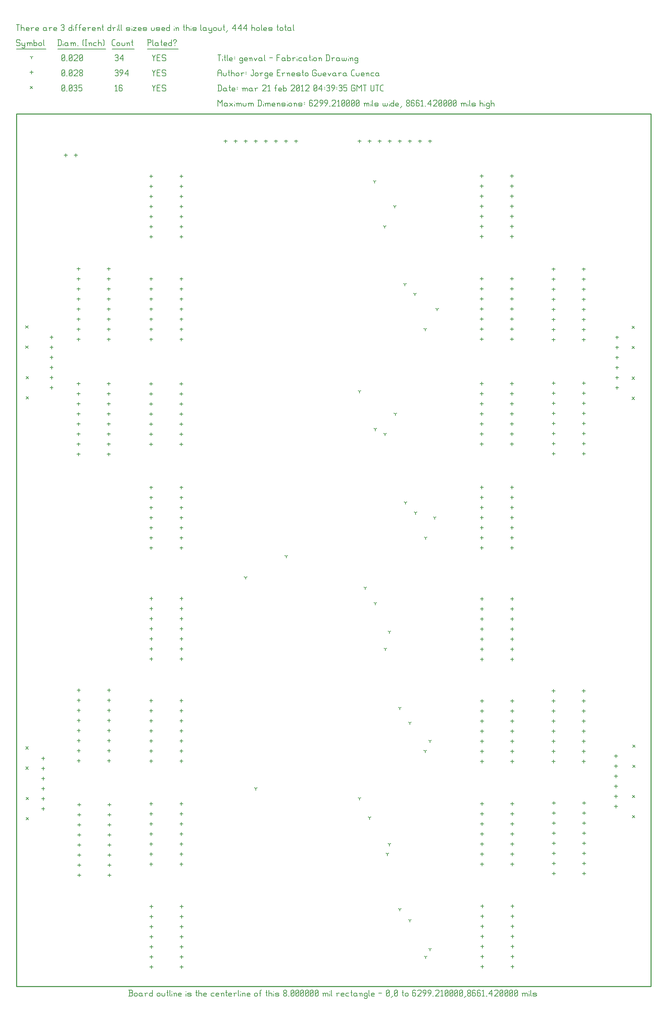
<source format=gbr>
G04 start of page 8 for group -3984 idx -3984 *
G04 Title: genval, fab *
G04 Creator: pcb 20110918 *
G04 CreationDate: mar 21 feb 2012 04:39:35 GMT UTC *
G04 For: jegc *
G04 Format: Gerber/RS-274X *
G04 PCB-Dimensions: 629921 866142 *
G04 PCB-Coordinate-Origin: lower left *
%MOIN*%
%FSLAX25Y25*%
%LNFAB*%
%ADD46C,0.0100*%
%ADD45C,0.0075*%
%ADD44C,0.0060*%
%ADD43C,0.0080*%
G54D43*X9690Y187751D02*X12090Y185351D01*
X9690D02*X12090Y187751D01*
X9690Y167751D02*X12090Y165351D01*
X9690D02*X12090Y167751D01*
X611989Y219704D02*X614389Y217304D01*
X611989D02*X614389Y219704D01*
X611989Y239704D02*X614389Y237304D01*
X611989D02*X614389Y239704D01*
X611651Y189744D02*X614051Y187344D01*
X611651D02*X614051Y189744D01*
X611651Y169744D02*X614051Y167344D01*
X611651D02*X614051Y169744D01*
X611327Y604988D02*X613727Y602588D01*
X611327D02*X613727Y604988D01*
X611327Y584988D02*X613727Y582588D01*
X611327D02*X613727Y584988D01*
X9328Y217996D02*X11728Y215596D01*
X9328D02*X11728Y217996D01*
X9328Y237996D02*X11728Y235596D01*
X9328D02*X11728Y237996D01*
X9627Y605531D02*X12027Y603131D01*
X9627D02*X12027Y605531D01*
X9627Y585531D02*X12027Y583131D01*
X9627D02*X12027Y585531D01*
X611359Y635586D02*X613759Y633186D01*
X611359D02*X613759Y635586D01*
X611359Y655586D02*X613759Y653186D01*
X611359D02*X613759Y655586D01*
X9194Y635681D02*X11594Y633281D01*
X9194D02*X11594Y635681D01*
X9194Y655681D02*X11594Y653281D01*
X9194D02*X11594Y655681D01*
X13800Y893592D02*X16200Y891192D01*
X13800D02*X16200Y893592D01*
G54D44*X135000Y894642D02*X136500Y891642D01*
X138000Y894642D01*
X136500Y891642D02*Y888642D01*
X139800Y891942D02*X142050D01*
X139800Y888642D02*X142800D01*
X139800Y894642D02*Y888642D01*
Y894642D02*X142800D01*
X147600D02*X148350Y893892D01*
X145350Y894642D02*X147600D01*
X144600Y893892D02*X145350Y894642D01*
X144600Y893892D02*Y892392D01*
X145350Y891642D01*
X147600D01*
X148350Y890892D01*
Y889392D01*
X147600Y888642D02*X148350Y889392D01*
X145350Y888642D02*X147600D01*
X144600Y889392D02*X145350Y888642D01*
X98000Y893442D02*X99200Y894642D01*
Y888642D01*
X98000D02*X100250D01*
X104300Y894642D02*X105050Y893892D01*
X102800Y894642D02*X104300D01*
X102050Y893892D02*X102800Y894642D01*
X102050Y893892D02*Y889392D01*
X102800Y888642D01*
X104300Y891942D02*X105050Y891192D01*
X102050Y891942D02*X104300D01*
X102800Y888642D02*X104300D01*
X105050Y889392D01*
Y891192D02*Y889392D01*
X45000D02*X45750Y888642D01*
X45000Y893892D02*Y889392D01*
Y893892D02*X45750Y894642D01*
X47250D01*
X48000Y893892D01*
Y889392D01*
X47250Y888642D02*X48000Y889392D01*
X45750Y888642D02*X47250D01*
X45000Y890142D02*X48000Y893142D01*
X49800Y888642D02*X50550D01*
X52350Y889392D02*X53100Y888642D01*
X52350Y893892D02*Y889392D01*
Y893892D02*X53100Y894642D01*
X54600D01*
X55350Y893892D01*
Y889392D01*
X54600Y888642D02*X55350Y889392D01*
X53100Y888642D02*X54600D01*
X52350Y890142D02*X55350Y893142D01*
X57150Y893892D02*X57900Y894642D01*
X59400D01*
X60150Y893892D01*
X59400Y888642D02*X60150Y889392D01*
X57900Y888642D02*X59400D01*
X57150Y889392D02*X57900Y888642D01*
Y891942D02*X59400D01*
X60150Y893892D02*Y892692D01*
Y891192D02*Y889392D01*
Y891192D02*X59400Y891942D01*
X60150Y892692D02*X59400Y891942D01*
X61950Y894642D02*X64950D01*
X61950D02*Y891642D01*
X62700Y892392D01*
X64200D01*
X64950Y891642D01*
Y889392D01*
X64200Y888642D02*X64950Y889392D01*
X62700Y888642D02*X64200D01*
X61950Y889392D02*X62700Y888642D01*
X207717Y840569D02*Y837369D01*
X206117Y838969D02*X209317D01*
X217717Y840569D02*Y837369D01*
X216117Y838969D02*X219317D01*
X227717Y840569D02*Y837369D01*
X226117Y838969D02*X229317D01*
X237717Y840569D02*Y837369D01*
X236117Y838969D02*X239317D01*
X247717Y840569D02*Y837369D01*
X246117Y838969D02*X249317D01*
X257717Y840569D02*Y837369D01*
X256117Y838969D02*X259317D01*
X267717Y840569D02*Y837369D01*
X266117Y838969D02*X269317D01*
X277717Y840569D02*Y837369D01*
X276117Y838969D02*X279317D01*
X34913Y645962D02*Y642762D01*
X33313Y644362D02*X36513D01*
X34913Y635962D02*Y632762D01*
X33313Y634362D02*X36513D01*
X34913Y625962D02*Y622762D01*
X33313Y624362D02*X36513D01*
X34913Y615962D02*Y612762D01*
X33313Y614362D02*X36513D01*
X34913Y605962D02*Y602762D01*
X33313Y604362D02*X36513D01*
X34913Y595962D02*Y592762D01*
X33313Y594362D02*X36513D01*
X133835Y703907D02*Y700707D01*
X132235Y702307D02*X135435D01*
X133835Y693907D02*Y690707D01*
X132235Y692307D02*X135435D01*
X133835Y683907D02*Y680707D01*
X132235Y682307D02*X135435D01*
X133835Y673907D02*Y670707D01*
X132235Y672307D02*X135435D01*
X133835Y663907D02*Y660707D01*
X132235Y662307D02*X135435D01*
X133835Y653907D02*Y650707D01*
X132235Y652307D02*X135435D01*
X133835Y643907D02*Y640707D01*
X132235Y642307D02*X135435D01*
X163835Y643907D02*Y640707D01*
X162235Y642307D02*X165435D01*
X163835Y653907D02*Y650707D01*
X162235Y652307D02*X165435D01*
X163835Y663907D02*Y660707D01*
X162235Y662307D02*X165435D01*
X163835Y673907D02*Y670707D01*
X162235Y672307D02*X165435D01*
X163835Y683907D02*Y680707D01*
X162235Y682307D02*X165435D01*
X163835Y693907D02*Y690707D01*
X162235Y692307D02*X165435D01*
X163835Y703907D02*Y700707D01*
X162235Y702307D02*X165435D01*
X133858Y496939D02*Y493739D01*
X132258Y495339D02*X135458D01*
X133858Y486939D02*Y483739D01*
X132258Y485339D02*X135458D01*
X133858Y476939D02*Y473739D01*
X132258Y475339D02*X135458D01*
X133858Y466939D02*Y463739D01*
X132258Y465339D02*X135458D01*
X133858Y456939D02*Y453739D01*
X132258Y455339D02*X135458D01*
X133858Y446939D02*Y443739D01*
X132258Y445339D02*X135458D01*
X133858Y436939D02*Y433739D01*
X132258Y435339D02*X135458D01*
X163858Y436939D02*Y433739D01*
X162258Y435339D02*X165458D01*
X163858Y446939D02*Y443739D01*
X162258Y445339D02*X165458D01*
X163858Y456939D02*Y453739D01*
X162258Y455339D02*X165458D01*
X163858Y466939D02*Y463739D01*
X162258Y465339D02*X165458D01*
X163858Y476939D02*Y473739D01*
X162258Y475339D02*X165458D01*
X163858Y486939D02*Y483739D01*
X162258Y485339D02*X165458D01*
X163858Y496939D02*Y493739D01*
X162258Y495339D02*X165458D01*
X61772Y713876D02*Y710676D01*
X60172Y712276D02*X63372D01*
X61772Y703876D02*Y700676D01*
X60172Y702276D02*X63372D01*
X61772Y693876D02*Y690676D01*
X60172Y692276D02*X63372D01*
X61772Y683876D02*Y680676D01*
X60172Y682276D02*X63372D01*
X61772Y673876D02*Y670676D01*
X60172Y672276D02*X63372D01*
X61772Y663876D02*Y660676D01*
X60172Y662276D02*X63372D01*
X61772Y653876D02*Y650676D01*
X60172Y652276D02*X63372D01*
X61772Y643876D02*Y640676D01*
X60172Y642276D02*X63372D01*
X91772Y643876D02*Y640676D01*
X90172Y642276D02*X93372D01*
X91772Y653876D02*Y650676D01*
X90172Y652276D02*X93372D01*
X91772Y663876D02*Y660676D01*
X90172Y662276D02*X93372D01*
X91772Y673876D02*Y670676D01*
X90172Y672276D02*X93372D01*
X91772Y683876D02*Y680676D01*
X90172Y682276D02*X93372D01*
X91772Y693876D02*Y690676D01*
X90172Y692276D02*X93372D01*
X91772Y703876D02*Y700676D01*
X90172Y702276D02*X93372D01*
X91772Y713876D02*Y710676D01*
X90172Y712276D02*X93372D01*
X61772Y599876D02*Y596676D01*
X60172Y598276D02*X63372D01*
X61772Y589876D02*Y586676D01*
X60172Y588276D02*X63372D01*
X61772Y579876D02*Y576676D01*
X60172Y578276D02*X63372D01*
X61772Y569876D02*Y566676D01*
X60172Y568276D02*X63372D01*
X61772Y559876D02*Y556676D01*
X60172Y558276D02*X63372D01*
X61772Y549876D02*Y546676D01*
X60172Y548276D02*X63372D01*
X61772Y539876D02*Y536676D01*
X60172Y538276D02*X63372D01*
X61772Y529876D02*Y526676D01*
X60172Y528276D02*X63372D01*
X91772Y529876D02*Y526676D01*
X90172Y528276D02*X93372D01*
X91772Y539876D02*Y536676D01*
X90172Y538276D02*X93372D01*
X91772Y549876D02*Y546676D01*
X90172Y548276D02*X93372D01*
X91772Y559876D02*Y556676D01*
X90172Y558276D02*X93372D01*
X91772Y569876D02*Y566676D01*
X90172Y568276D02*X93372D01*
X91772Y579876D02*Y576676D01*
X90172Y578276D02*X93372D01*
X91772Y589876D02*Y586676D01*
X90172Y588276D02*X93372D01*
X91772Y599876D02*Y596676D01*
X90172Y598276D02*X93372D01*
X595472Y230419D02*Y227219D01*
X593872Y228819D02*X597072D01*
X595472Y220419D02*Y217219D01*
X593872Y218819D02*X597072D01*
X595472Y210419D02*Y207219D01*
X593872Y208819D02*X597072D01*
X595472Y200419D02*Y197219D01*
X593872Y198819D02*X597072D01*
X595472Y190419D02*Y187219D01*
X593872Y188819D02*X597072D01*
X595472Y180419D02*Y177219D01*
X593872Y178819D02*X597072D01*
X462173Y497033D02*Y493833D01*
X460573Y495433D02*X463773D01*
X462173Y487033D02*Y483833D01*
X460573Y485433D02*X463773D01*
X462173Y477033D02*Y473833D01*
X460573Y475433D02*X463773D01*
X462173Y467033D02*Y463833D01*
X460573Y465433D02*X463773D01*
X462173Y457033D02*Y453833D01*
X460573Y455433D02*X463773D01*
X462173Y447033D02*Y443833D01*
X460573Y445433D02*X463773D01*
X462173Y437033D02*Y433833D01*
X460573Y435433D02*X463773D01*
X492173Y437033D02*Y433833D01*
X490573Y435433D02*X493773D01*
X492173Y447033D02*Y443833D01*
X490573Y445433D02*X493773D01*
X492173Y457033D02*Y453833D01*
X490573Y455433D02*X493773D01*
X492173Y467033D02*Y463833D01*
X490573Y465433D02*X493773D01*
X492173Y477033D02*Y473833D01*
X490573Y475433D02*X493773D01*
X492173Y487033D02*Y483833D01*
X490573Y485433D02*X493773D01*
X492173Y497033D02*Y493833D01*
X490573Y495433D02*X493773D01*
X462126Y600081D02*Y596881D01*
X460526Y598481D02*X463726D01*
X462126Y590081D02*Y586881D01*
X460526Y588481D02*X463726D01*
X462126Y580081D02*Y576881D01*
X460526Y578481D02*X463726D01*
X462126Y570081D02*Y566881D01*
X460526Y568481D02*X463726D01*
X462126Y560081D02*Y556881D01*
X460526Y558481D02*X463726D01*
X462126Y550081D02*Y546881D01*
X460526Y548481D02*X463726D01*
X462126Y540081D02*Y536881D01*
X460526Y538481D02*X463726D01*
X492126Y540081D02*Y536881D01*
X490526Y538481D02*X493726D01*
X492126Y550081D02*Y546881D01*
X490526Y548481D02*X493726D01*
X492126Y560081D02*Y556881D01*
X490526Y558481D02*X493726D01*
X492126Y570081D02*Y566881D01*
X490526Y568481D02*X493726D01*
X492126Y580081D02*Y576881D01*
X490526Y578481D02*X493726D01*
X492126Y590081D02*Y586881D01*
X490526Y588481D02*X493726D01*
X492126Y600081D02*Y596881D01*
X490526Y598481D02*X493726D01*
X462079Y704175D02*Y700975D01*
X460479Y702575D02*X463679D01*
X462079Y694175D02*Y690975D01*
X460479Y692575D02*X463679D01*
X462079Y684175D02*Y680975D01*
X460479Y682575D02*X463679D01*
X462079Y674175D02*Y670975D01*
X460479Y672575D02*X463679D01*
X462079Y664175D02*Y660975D01*
X460479Y662575D02*X463679D01*
X462079Y654175D02*Y650975D01*
X460479Y652575D02*X463679D01*
X462079Y644175D02*Y640975D01*
X460479Y642575D02*X463679D01*
X492079Y644175D02*Y640975D01*
X490479Y642575D02*X493679D01*
X492079Y654175D02*Y650975D01*
X490479Y652575D02*X493679D01*
X492079Y664175D02*Y660975D01*
X490479Y662575D02*X493679D01*
X492079Y674175D02*Y670975D01*
X490479Y672575D02*X493679D01*
X492079Y684175D02*Y680975D01*
X490479Y682575D02*X493679D01*
X492079Y694175D02*Y690975D01*
X490479Y692575D02*X493679D01*
X492079Y704175D02*Y700975D01*
X490479Y702575D02*X493679D01*
X462063Y806065D02*Y802865D01*
X460463Y804465D02*X463663D01*
X462063Y796065D02*Y792865D01*
X460463Y794465D02*X463663D01*
X462063Y786065D02*Y782865D01*
X460463Y784465D02*X463663D01*
X462063Y776065D02*Y772865D01*
X460463Y774465D02*X463663D01*
X462063Y766065D02*Y762865D01*
X460463Y764465D02*X463663D01*
X462063Y756065D02*Y752865D01*
X460463Y754465D02*X463663D01*
X462063Y746065D02*Y742865D01*
X460463Y744465D02*X463663D01*
X492063Y746065D02*Y742865D01*
X490463Y744465D02*X493663D01*
X492063Y756065D02*Y752865D01*
X490463Y754465D02*X493663D01*
X492063Y766065D02*Y762865D01*
X490463Y764465D02*X493663D01*
X492063Y776065D02*Y772865D01*
X490463Y774465D02*X493663D01*
X492063Y786065D02*Y782865D01*
X490463Y784465D02*X493663D01*
X492063Y796065D02*Y792865D01*
X490463Y794465D02*X493663D01*
X492063Y806065D02*Y802865D01*
X490463Y804465D02*X493663D01*
X533535Y600537D02*Y597337D01*
X531935Y598937D02*X535135D01*
X533535Y590537D02*Y587337D01*
X531935Y588937D02*X535135D01*
X533535Y580537D02*Y577337D01*
X531935Y578937D02*X535135D01*
X533535Y570537D02*Y567337D01*
X531935Y568937D02*X535135D01*
X533535Y560537D02*Y557337D01*
X531935Y558937D02*X535135D01*
X533535Y550537D02*Y547337D01*
X531935Y548937D02*X535135D01*
X533535Y540537D02*Y537337D01*
X531935Y538937D02*X535135D01*
X533535Y530537D02*Y527337D01*
X531935Y528937D02*X535135D01*
X563535Y530537D02*Y527337D01*
X561935Y528937D02*X565135D01*
X563535Y540537D02*Y537337D01*
X561935Y538937D02*X565135D01*
X563535Y550537D02*Y547337D01*
X561935Y548937D02*X565135D01*
X563535Y560537D02*Y557337D01*
X561935Y558937D02*X565135D01*
X563535Y570537D02*Y567337D01*
X561935Y568937D02*X565135D01*
X563535Y580537D02*Y577337D01*
X561935Y578937D02*X565135D01*
X563535Y590537D02*Y587337D01*
X561935Y588937D02*X565135D01*
X563535Y600537D02*Y597337D01*
X561935Y598937D02*X565135D01*
X533315Y713545D02*Y710345D01*
X531715Y711945D02*X534915D01*
X533315Y703545D02*Y700345D01*
X531715Y701945D02*X534915D01*
X533315Y693545D02*Y690345D01*
X531715Y691945D02*X534915D01*
X533315Y683545D02*Y680345D01*
X531715Y681945D02*X534915D01*
X533315Y673545D02*Y670345D01*
X531715Y671945D02*X534915D01*
X533315Y663545D02*Y660345D01*
X531715Y661945D02*X534915D01*
X533315Y653545D02*Y650345D01*
X531715Y651945D02*X534915D01*
X533315Y643545D02*Y640345D01*
X531715Y641945D02*X534915D01*
X563315Y643545D02*Y640345D01*
X561715Y641945D02*X564915D01*
X563315Y653545D02*Y650345D01*
X561715Y651945D02*X564915D01*
X563315Y663545D02*Y660345D01*
X561715Y661945D02*X564915D01*
X563315Y673545D02*Y670345D01*
X561715Y671945D02*X564915D01*
X563315Y683545D02*Y680345D01*
X561715Y681945D02*X564915D01*
X563315Y693545D02*Y690345D01*
X561715Y691945D02*X564915D01*
X563315Y703545D02*Y700345D01*
X561715Y701945D02*X564915D01*
X563315Y713545D02*Y710345D01*
X561715Y711945D02*X564915D01*
X533630Y183813D02*Y180613D01*
X532030Y182213D02*X535230D01*
X533630Y173813D02*Y170613D01*
X532030Y172213D02*X535230D01*
X533630Y163813D02*Y160613D01*
X532030Y162213D02*X535230D01*
X533630Y153813D02*Y150613D01*
X532030Y152213D02*X535230D01*
X533630Y143813D02*Y140613D01*
X532030Y142213D02*X535230D01*
X533630Y133813D02*Y130613D01*
X532030Y132213D02*X535230D01*
X533630Y123813D02*Y120613D01*
X532030Y122213D02*X535230D01*
X533630Y113813D02*Y110613D01*
X532030Y112213D02*X535230D01*
X563630Y113813D02*Y110613D01*
X562030Y112213D02*X565230D01*
X563630Y123813D02*Y120613D01*
X562030Y122213D02*X565230D01*
X563630Y133813D02*Y130613D01*
X562030Y132213D02*X565230D01*
X563630Y143813D02*Y140613D01*
X562030Y142213D02*X565230D01*
X563630Y153813D02*Y150613D01*
X562030Y152213D02*X565230D01*
X563630Y163813D02*Y160613D01*
X562030Y162213D02*X565230D01*
X563630Y173813D02*Y170613D01*
X562030Y172213D02*X565230D01*
X563630Y183813D02*Y180613D01*
X562030Y182213D02*X565230D01*
X533441Y295002D02*Y291802D01*
X531841Y293402D02*X535041D01*
X533441Y285002D02*Y281802D01*
X531841Y283402D02*X535041D01*
X533441Y275002D02*Y271802D01*
X531841Y273402D02*X535041D01*
X533441Y265002D02*Y261802D01*
X531841Y263402D02*X535041D01*
X533441Y255002D02*Y251802D01*
X531841Y253402D02*X535041D01*
X533441Y245002D02*Y241802D01*
X531841Y243402D02*X535041D01*
X533441Y235002D02*Y231802D01*
X531841Y233402D02*X535041D01*
X533441Y225002D02*Y221802D01*
X531841Y223402D02*X535041D01*
X563441Y225002D02*Y221802D01*
X561841Y223402D02*X565041D01*
X563441Y235002D02*Y231802D01*
X561841Y233402D02*X565041D01*
X563441Y245002D02*Y241802D01*
X561841Y243402D02*X565041D01*
X563441Y255002D02*Y251802D01*
X561841Y253402D02*X565041D01*
X563441Y265002D02*Y261802D01*
X561841Y263402D02*X565041D01*
X563441Y275002D02*Y271802D01*
X561841Y273402D02*X565041D01*
X563441Y285002D02*Y281802D01*
X561841Y283402D02*X565041D01*
X563441Y295002D02*Y291802D01*
X561841Y293402D02*X565041D01*
X462598Y81301D02*Y78101D01*
X460998Y79701D02*X464198D01*
X462598Y71301D02*Y68101D01*
X460998Y69701D02*X464198D01*
X462598Y61301D02*Y58101D01*
X460998Y59701D02*X464198D01*
X462598Y51301D02*Y48101D01*
X460998Y49701D02*X464198D01*
X462598Y41301D02*Y38101D01*
X460998Y39701D02*X464198D01*
X462598Y31301D02*Y28101D01*
X460998Y29701D02*X464198D01*
X462598Y21301D02*Y18101D01*
X460998Y19701D02*X464198D01*
X492598Y21301D02*Y18101D01*
X490998Y19701D02*X494198D01*
X492598Y31301D02*Y28101D01*
X490998Y29701D02*X494198D01*
X492598Y41301D02*Y38101D01*
X490998Y39701D02*X494198D01*
X492598Y51301D02*Y48101D01*
X490998Y49701D02*X494198D01*
X492598Y61301D02*Y58101D01*
X490998Y59701D02*X494198D01*
X492598Y71301D02*Y68101D01*
X490998Y69701D02*X494198D01*
X492598Y81301D02*Y78101D01*
X490998Y79701D02*X494198D01*
X462362Y183128D02*Y179928D01*
X460762Y181528D02*X463962D01*
X462362Y173128D02*Y169928D01*
X460762Y171528D02*X463962D01*
X462362Y163128D02*Y159928D01*
X460762Y161528D02*X463962D01*
X462362Y153128D02*Y149928D01*
X460762Y151528D02*X463962D01*
X462362Y143128D02*Y139928D01*
X460762Y141528D02*X463962D01*
X462362Y133128D02*Y129928D01*
X460762Y131528D02*X463962D01*
X462362Y123128D02*Y119928D01*
X460762Y121528D02*X463962D01*
X492362Y123128D02*Y119928D01*
X490762Y121528D02*X493962D01*
X492362Y133128D02*Y129928D01*
X490762Y131528D02*X493962D01*
X492362Y143128D02*Y139928D01*
X490762Y141528D02*X493962D01*
X492362Y153128D02*Y149928D01*
X490762Y151528D02*X493962D01*
X492362Y163128D02*Y159928D01*
X490762Y161528D02*X493962D01*
X492362Y173128D02*Y169928D01*
X490762Y171528D02*X493962D01*
X492362Y183128D02*Y179928D01*
X490762Y181528D02*X493962D01*
X462299Y284955D02*Y281755D01*
X460699Y283355D02*X463899D01*
X462299Y274955D02*Y271755D01*
X460699Y273355D02*X463899D01*
X462299Y264955D02*Y261755D01*
X460699Y263355D02*X463899D01*
X462299Y254955D02*Y251755D01*
X460699Y253355D02*X463899D01*
X462299Y244955D02*Y241755D01*
X460699Y243355D02*X463899D01*
X462299Y234955D02*Y231755D01*
X460699Y233355D02*X463899D01*
X462299Y224955D02*Y221755D01*
X460699Y223355D02*X463899D01*
X492299Y224955D02*Y221755D01*
X490699Y223355D02*X493899D01*
X492299Y234955D02*Y231755D01*
X490699Y233355D02*X493899D01*
X492299Y244955D02*Y241755D01*
X490699Y243355D02*X493899D01*
X492299Y254955D02*Y251755D01*
X490699Y253355D02*X493899D01*
X492299Y264955D02*Y261755D01*
X490699Y263355D02*X493899D01*
X492299Y274955D02*Y271755D01*
X490699Y273355D02*X493899D01*
X492299Y284955D02*Y281755D01*
X490699Y283355D02*X493899D01*
X134031Y80962D02*Y77762D01*
X132431Y79362D02*X135631D01*
X134031Y70962D02*Y67762D01*
X132431Y69362D02*X135631D01*
X134031Y60962D02*Y57762D01*
X132431Y59362D02*X135631D01*
X134031Y50962D02*Y47762D01*
X132431Y49362D02*X135631D01*
X134031Y40962D02*Y37762D01*
X132431Y39362D02*X135631D01*
X134031Y30962D02*Y27762D01*
X132431Y29362D02*X135631D01*
X134031Y20962D02*Y17762D01*
X132431Y19362D02*X135631D01*
X164031Y20962D02*Y17762D01*
X162431Y19362D02*X165631D01*
X164031Y30962D02*Y27762D01*
X162431Y29362D02*X165631D01*
X164031Y40962D02*Y37762D01*
X162431Y39362D02*X165631D01*
X164031Y50962D02*Y47762D01*
X162431Y49362D02*X165631D01*
X164031Y60962D02*Y57762D01*
X162431Y59362D02*X165631D01*
X164031Y70962D02*Y67762D01*
X162431Y69362D02*X165631D01*
X164031Y80962D02*Y77762D01*
X162431Y79362D02*X165631D01*
X133858Y183120D02*Y179920D01*
X132258Y181520D02*X135458D01*
X133858Y173120D02*Y169920D01*
X132258Y171520D02*X135458D01*
X133858Y163120D02*Y159920D01*
X132258Y161520D02*X135458D01*
X133858Y153120D02*Y149920D01*
X132258Y151520D02*X135458D01*
X133858Y143120D02*Y139920D01*
X132258Y141520D02*X135458D01*
X133858Y133120D02*Y129920D01*
X132258Y131520D02*X135458D01*
X133858Y123120D02*Y119920D01*
X132258Y121520D02*X135458D01*
X163858Y123120D02*Y119920D01*
X162258Y121520D02*X165458D01*
X163858Y133120D02*Y129920D01*
X162258Y131520D02*X165458D01*
X163858Y143120D02*Y139920D01*
X162258Y141520D02*X165458D01*
X163858Y153120D02*Y149920D01*
X162258Y151520D02*X165458D01*
X163858Y163120D02*Y159920D01*
X162258Y161520D02*X165458D01*
X163858Y173120D02*Y169920D01*
X162258Y171520D02*X165458D01*
X163858Y183120D02*Y179920D01*
X162258Y181520D02*X165458D01*
X133953Y386679D02*Y383479D01*
X132353Y385079D02*X135553D01*
X133953Y376679D02*Y373479D01*
X132353Y375079D02*X135553D01*
X133953Y366679D02*Y363479D01*
X132353Y365079D02*X135553D01*
X133953Y356679D02*Y353479D01*
X132353Y355079D02*X135553D01*
X133953Y346679D02*Y343479D01*
X132353Y345079D02*X135553D01*
X133953Y336679D02*Y333479D01*
X132353Y335079D02*X135553D01*
X133953Y326679D02*Y323479D01*
X132353Y325079D02*X135553D01*
X163953Y326679D02*Y323479D01*
X162353Y325079D02*X165553D01*
X163953Y336679D02*Y333479D01*
X162353Y335079D02*X165553D01*
X163953Y346679D02*Y343479D01*
X162353Y345079D02*X165553D01*
X163953Y356679D02*Y353479D01*
X162353Y355079D02*X165553D01*
X163953Y366679D02*Y363479D01*
X162353Y365079D02*X165553D01*
X163953Y376679D02*Y373479D01*
X162353Y375079D02*X165553D01*
X163953Y386679D02*Y383479D01*
X162353Y385079D02*X165553D01*
X62417Y182167D02*Y178967D01*
X60817Y180567D02*X64017D01*
X62417Y172167D02*Y168967D01*
X60817Y170567D02*X64017D01*
X62417Y162167D02*Y158967D01*
X60817Y160567D02*X64017D01*
X62417Y152167D02*Y148967D01*
X60817Y150567D02*X64017D01*
X62417Y142167D02*Y138967D01*
X60817Y140567D02*X64017D01*
X62417Y132167D02*Y128967D01*
X60817Y130567D02*X64017D01*
X62417Y122167D02*Y118967D01*
X60817Y120567D02*X64017D01*
X62417Y112167D02*Y108967D01*
X60817Y110567D02*X64017D01*
X92417Y112167D02*Y108967D01*
X90817Y110567D02*X94017D01*
X92417Y122167D02*Y118967D01*
X90817Y120567D02*X94017D01*
X92417Y132167D02*Y128967D01*
X90817Y130567D02*X94017D01*
X92417Y142167D02*Y138967D01*
X90817Y140567D02*X94017D01*
X92417Y152167D02*Y148967D01*
X90817Y150567D02*X94017D01*
X92417Y162167D02*Y158967D01*
X90817Y160567D02*X94017D01*
X92417Y172167D02*Y168967D01*
X90817Y170567D02*X94017D01*
X92417Y182167D02*Y178967D01*
X90817Y180567D02*X94017D01*
X61913Y295608D02*Y292408D01*
X60313Y294008D02*X63513D01*
X61913Y285608D02*Y282408D01*
X60313Y284008D02*X63513D01*
X61913Y275608D02*Y272408D01*
X60313Y274008D02*X63513D01*
X61913Y265608D02*Y262408D01*
X60313Y264008D02*X63513D01*
X61913Y255608D02*Y252408D01*
X60313Y254008D02*X63513D01*
X61913Y245608D02*Y242408D01*
X60313Y244008D02*X63513D01*
X61913Y235608D02*Y232408D01*
X60313Y234008D02*X63513D01*
X61913Y225608D02*Y222408D01*
X60313Y224008D02*X63513D01*
X91913Y225608D02*Y222408D01*
X90313Y224008D02*X93513D01*
X91913Y235608D02*Y232408D01*
X90313Y234008D02*X93513D01*
X91913Y245608D02*Y242408D01*
X90313Y244008D02*X93513D01*
X91913Y255608D02*Y252408D01*
X90313Y254008D02*X93513D01*
X91913Y265608D02*Y262408D01*
X90313Y264008D02*X93513D01*
X91913Y275608D02*Y272408D01*
X90313Y274008D02*X93513D01*
X91913Y285608D02*Y282408D01*
X90313Y284008D02*X93513D01*
X91913Y295608D02*Y292408D01*
X90313Y294008D02*X93513D01*
X462236Y386317D02*Y383117D01*
X460636Y384717D02*X463836D01*
X462236Y376317D02*Y373117D01*
X460636Y374717D02*X463836D01*
X462236Y366317D02*Y363117D01*
X460636Y364717D02*X463836D01*
X462236Y356317D02*Y353117D01*
X460636Y354717D02*X463836D01*
X462236Y346317D02*Y343117D01*
X460636Y344717D02*X463836D01*
X462236Y336317D02*Y333117D01*
X460636Y334717D02*X463836D01*
X462236Y326317D02*Y323117D01*
X460636Y324717D02*X463836D01*
X492236Y326317D02*Y323117D01*
X490636Y324717D02*X493836D01*
X492236Y336317D02*Y333117D01*
X490636Y334717D02*X493836D01*
X492236Y346317D02*Y343117D01*
X490636Y344717D02*X493836D01*
X492236Y356317D02*Y353117D01*
X490636Y354717D02*X493836D01*
X492236Y366317D02*Y363117D01*
X490636Y364717D02*X493836D01*
X492236Y376317D02*Y373117D01*
X490636Y374717D02*X493836D01*
X492236Y386317D02*Y383117D01*
X490636Y384717D02*X493836D01*
X596528Y645907D02*Y642707D01*
X594928Y644307D02*X598128D01*
X596528Y635907D02*Y632707D01*
X594928Y634307D02*X598128D01*
X596528Y625907D02*Y622707D01*
X594928Y624307D02*X598128D01*
X596528Y615907D02*Y612707D01*
X594928Y614307D02*X598128D01*
X596528Y605907D02*Y602707D01*
X594928Y604307D02*X598128D01*
X596528Y595907D02*Y592707D01*
X594928Y594307D02*X598128D01*
X59000Y826742D02*Y823542D01*
X57400Y825142D02*X60600D01*
X49000Y826742D02*Y823542D01*
X47400Y825142D02*X50600D01*
X340764Y840585D02*Y837385D01*
X339164Y838985D02*X342364D01*
X350764Y840585D02*Y837385D01*
X349164Y838985D02*X352364D01*
X360764Y840585D02*Y837385D01*
X359164Y838985D02*X362364D01*
X370764Y840585D02*Y837385D01*
X369164Y838985D02*X372364D01*
X380764Y840585D02*Y837385D01*
X379164Y838985D02*X382364D01*
X390764Y840585D02*Y837385D01*
X389164Y838985D02*X392364D01*
X400764Y840585D02*Y837385D01*
X399164Y838985D02*X402364D01*
X410764Y840585D02*Y837385D01*
X409164Y838985D02*X412364D01*
X133858Y805860D02*Y802660D01*
X132258Y804260D02*X135458D01*
X133858Y795860D02*Y792660D01*
X132258Y794260D02*X135458D01*
X133858Y785860D02*Y782660D01*
X132258Y784260D02*X135458D01*
X133858Y775860D02*Y772660D01*
X132258Y774260D02*X135458D01*
X133858Y765860D02*Y762660D01*
X132258Y764260D02*X135458D01*
X133858Y755860D02*Y752660D01*
X132258Y754260D02*X135458D01*
X133858Y745860D02*Y742660D01*
X132258Y744260D02*X135458D01*
X163858Y745860D02*Y742660D01*
X162258Y744260D02*X165458D01*
X163858Y755860D02*Y752660D01*
X162258Y754260D02*X165458D01*
X163858Y765860D02*Y762660D01*
X162258Y764260D02*X165458D01*
X163858Y775860D02*Y772660D01*
X162258Y774260D02*X165458D01*
X163858Y785860D02*Y782660D01*
X162258Y784260D02*X165458D01*
X163858Y795860D02*Y792660D01*
X162258Y794260D02*X165458D01*
X163858Y805860D02*Y802660D01*
X162258Y804260D02*X165458D01*
X133858Y285380D02*Y282180D01*
X132258Y283780D02*X135458D01*
X133858Y275380D02*Y272180D01*
X132258Y273780D02*X135458D01*
X133858Y265380D02*Y262180D01*
X132258Y263780D02*X135458D01*
X133858Y255380D02*Y252180D01*
X132258Y253780D02*X135458D01*
X133858Y245380D02*Y242180D01*
X132258Y243780D02*X135458D01*
X133858Y235380D02*Y232180D01*
X132258Y233780D02*X135458D01*
X133858Y225380D02*Y222180D01*
X132258Y223780D02*X135458D01*
X163858Y225380D02*Y222180D01*
X162258Y223780D02*X165458D01*
X163858Y235380D02*Y232180D01*
X162258Y233780D02*X165458D01*
X163858Y245380D02*Y242180D01*
X162258Y243780D02*X165458D01*
X163858Y255380D02*Y252180D01*
X162258Y253780D02*X165458D01*
X163858Y265380D02*Y262180D01*
X162258Y263780D02*X165458D01*
X163858Y275380D02*Y272180D01*
X162258Y273780D02*X165458D01*
X163858Y285380D02*Y282180D01*
X162258Y283780D02*X165458D01*
X26579Y228120D02*Y224920D01*
X24979Y226520D02*X28179D01*
X26579Y218120D02*Y214920D01*
X24979Y216520D02*X28179D01*
X26579Y208120D02*Y204920D01*
X24979Y206520D02*X28179D01*
X26579Y198120D02*Y194920D01*
X24979Y196520D02*X28179D01*
X26579Y188120D02*Y184920D01*
X24979Y186520D02*X28179D01*
X26579Y178120D02*Y174920D01*
X24979Y176520D02*X28179D01*
X133819Y599860D02*Y596660D01*
X132219Y598260D02*X135419D01*
X133819Y589860D02*Y586660D01*
X132219Y588260D02*X135419D01*
X133819Y579860D02*Y576660D01*
X132219Y578260D02*X135419D01*
X133819Y569860D02*Y566660D01*
X132219Y568260D02*X135419D01*
X133819Y559860D02*Y556660D01*
X132219Y558260D02*X135419D01*
X133819Y549860D02*Y546660D01*
X132219Y548260D02*X135419D01*
X133819Y539860D02*Y536660D01*
X132219Y538260D02*X135419D01*
X163819Y539860D02*Y536660D01*
X162219Y538260D02*X165419D01*
X163819Y549860D02*Y546660D01*
X162219Y548260D02*X165419D01*
X163819Y559860D02*Y556660D01*
X162219Y558260D02*X165419D01*
X163819Y569860D02*Y566660D01*
X162219Y568260D02*X165419D01*
X163819Y579860D02*Y576660D01*
X162219Y578260D02*X165419D01*
X163819Y589860D02*Y586660D01*
X162219Y588260D02*X165419D01*
X163819Y599860D02*Y596660D01*
X162219Y598260D02*X165419D01*
X15000Y908992D02*Y905792D01*
X13400Y907392D02*X16600D01*
X135000Y909642D02*X136500Y906642D01*
X138000Y909642D01*
X136500Y906642D02*Y903642D01*
X139800Y906942D02*X142050D01*
X139800Y903642D02*X142800D01*
X139800Y909642D02*Y903642D01*
Y909642D02*X142800D01*
X147600D02*X148350Y908892D01*
X145350Y909642D02*X147600D01*
X144600Y908892D02*X145350Y909642D01*
X144600Y908892D02*Y907392D01*
X145350Y906642D01*
X147600D01*
X148350Y905892D01*
Y904392D01*
X147600Y903642D02*X148350Y904392D01*
X145350Y903642D02*X147600D01*
X144600Y904392D02*X145350Y903642D01*
X98000Y908892D02*X98750Y909642D01*
X100250D01*
X101000Y908892D01*
X100250Y903642D02*X101000Y904392D01*
X98750Y903642D02*X100250D01*
X98000Y904392D02*X98750Y903642D01*
Y906942D02*X100250D01*
X101000Y908892D02*Y907692D01*
Y906192D02*Y904392D01*
Y906192D02*X100250Y906942D01*
X101000Y907692D02*X100250Y906942D01*
X103550Y903642D02*X105800Y906642D01*
Y908892D02*Y906642D01*
X105050Y909642D02*X105800Y908892D01*
X103550Y909642D02*X105050D01*
X102800Y908892D02*X103550Y909642D01*
X102800Y908892D02*Y907392D01*
X103550Y906642D01*
X105800D01*
X107600Y905892D02*X110600Y909642D01*
X107600Y905892D02*X111350D01*
X110600Y909642D02*Y903642D01*
X45000Y904392D02*X45750Y903642D01*
X45000Y908892D02*Y904392D01*
Y908892D02*X45750Y909642D01*
X47250D01*
X48000Y908892D01*
Y904392D01*
X47250Y903642D02*X48000Y904392D01*
X45750Y903642D02*X47250D01*
X45000Y905142D02*X48000Y908142D01*
X49800Y903642D02*X50550D01*
X52350Y904392D02*X53100Y903642D01*
X52350Y908892D02*Y904392D01*
Y908892D02*X53100Y909642D01*
X54600D01*
X55350Y908892D01*
Y904392D01*
X54600Y903642D02*X55350Y904392D01*
X53100Y903642D02*X54600D01*
X52350Y905142D02*X55350Y908142D01*
X57150Y908892D02*X57900Y909642D01*
X60150D01*
X60900Y908892D01*
Y907392D01*
X57150Y903642D02*X60900Y907392D01*
X57150Y903642D02*X60900D01*
X62700Y904392D02*X63450Y903642D01*
X62700Y905592D02*Y904392D01*
Y905592D02*X63750Y906642D01*
X64650D01*
X65700Y905592D01*
Y904392D01*
X64950Y903642D02*X65700Y904392D01*
X63450Y903642D02*X64950D01*
X62700Y907692D02*X63750Y906642D01*
X62700Y908892D02*Y907692D01*
Y908892D02*X63450Y909642D01*
X64950D01*
X65700Y908892D01*
Y907692D01*
X64650Y906642D02*X65700Y907692D01*
X340742Y590782D02*Y589182D01*
Y590782D02*X342129Y591582D01*
X340742Y590782D02*X339356Y591582D01*
X356299Y553150D02*Y551550D01*
Y553150D02*X357686Y553950D01*
X356299Y553150D02*X354913Y553950D01*
X366142Y548229D02*Y546629D01*
Y548229D02*X367528Y549029D01*
X366142Y548229D02*X364755Y549029D01*
X376264Y568327D02*Y566727D01*
Y568327D02*X377650Y569127D01*
X376264Y568327D02*X374877Y569127D01*
X386432Y480220D02*Y478620D01*
Y480220D02*X387818Y481020D01*
X386432Y480220D02*X385045Y481020D01*
X396473Y470196D02*Y468596D01*
Y470196D02*X397860Y470996D01*
X396473Y470196D02*X395086Y470996D01*
X406310Y445335D02*Y443735D01*
Y445335D02*X407697Y446135D01*
X406310Y445335D02*X404924Y446135D01*
X415348Y465337D02*Y463737D01*
Y465337D02*X416734Y466137D01*
X415348Y465337D02*X413961Y466137D01*
X227559Y405906D02*Y404306D01*
Y405906D02*X228946Y406706D01*
X227559Y405906D02*X226172Y406706D01*
X346457Y395670D02*Y394070D01*
Y395670D02*X347843Y396470D01*
X346457Y395670D02*X345070Y396470D01*
X356299Y380315D02*Y378715D01*
Y380315D02*X357686Y381115D01*
X356299Y380315D02*X354913Y381115D01*
X366339Y335040D02*Y333440D01*
Y335040D02*X367725Y335840D01*
X366339Y335040D02*X364952Y335840D01*
X370472Y351969D02*Y350369D01*
Y351969D02*X371859Y352769D01*
X370472Y351969D02*X369086Y352769D01*
X380709Y276378D02*Y274778D01*
Y276378D02*X382095Y277178D01*
X380709Y276378D02*X379322Y277178D01*
X390748Y261614D02*Y260014D01*
Y261614D02*X392135Y262414D01*
X390748Y261614D02*X389361Y262414D01*
X237721Y196483D02*Y194883D01*
Y196483D02*X239108Y197283D01*
X237721Y196483D02*X236334Y197283D01*
X340748Y186614D02*Y185014D01*
Y186614D02*X342135Y187414D01*
X340748Y186614D02*X339361Y187414D01*
X350787Y167520D02*Y165920D01*
Y167520D02*X352174Y168320D01*
X350787Y167520D02*X349401Y168320D01*
X380683Y76549D02*Y74949D01*
Y76549D02*X382070Y77349D01*
X380683Y76549D02*X379296Y77349D01*
X390748Y65707D02*Y64107D01*
Y65707D02*X392135Y66507D01*
X390748Y65707D02*X389361Y66507D01*
X410827Y37008D02*Y35408D01*
Y37008D02*X412214Y37808D01*
X410827Y37008D02*X409440Y37808D01*
X406496Y29331D02*Y27731D01*
Y29331D02*X407883Y30131D01*
X406496Y29331D02*X405109Y30131D01*
X368307Y131496D02*Y129896D01*
Y131496D02*X369694Y132296D01*
X368307Y131496D02*X366920Y132296D01*
X370472Y141142D02*Y139542D01*
Y141142D02*X371859Y141942D01*
X370472Y141142D02*X369086Y141942D01*
X410827Y243701D02*Y242101D01*
Y243701D02*X412213Y244501D01*
X410827Y243701D02*X409440Y244501D01*
X405906Y233740D02*Y232140D01*
Y233740D02*X407292Y234540D01*
X405906Y233740D02*X404519Y234540D01*
X355793Y798980D02*Y797380D01*
Y798980D02*X357179Y799780D01*
X355793Y798980D02*X354406Y799780D01*
X365685Y754262D02*Y752662D01*
Y754262D02*X367072Y755062D01*
X365685Y754262D02*X364298Y755062D01*
X375666Y774222D02*Y772622D01*
Y774222D02*X377053Y775022D01*
X375666Y774222D02*X374280Y775022D01*
X395825Y687251D02*Y685651D01*
Y687251D02*X397212Y688051D01*
X395825Y687251D02*X394439Y688051D01*
X405933Y652297D02*Y650697D01*
Y652297D02*X407320Y653097D01*
X405933Y652297D02*X404547Y653097D01*
X417841Y672238D02*Y670638D01*
Y672238D02*X419227Y673038D01*
X417841Y672238D02*X416454Y673038D01*
X267892Y427041D02*Y425441D01*
Y427041D02*X269278Y427841D01*
X267892Y427041D02*X266505Y427841D01*
X385853Y697051D02*Y695451D01*
Y697051D02*X387240Y697851D01*
X385853Y697051D02*X384467Y697851D01*
X15000Y922392D02*Y920792D01*
Y922392D02*X16387Y923192D01*
X15000Y922392D02*X13613Y923192D01*
X135000Y924642D02*X136500Y921642D01*
X138000Y924642D01*
X136500Y921642D02*Y918642D01*
X139800Y921942D02*X142050D01*
X139800Y918642D02*X142800D01*
X139800Y924642D02*Y918642D01*
Y924642D02*X142800D01*
X147600D02*X148350Y923892D01*
X145350Y924642D02*X147600D01*
X144600Y923892D02*X145350Y924642D01*
X144600Y923892D02*Y922392D01*
X145350Y921642D01*
X147600D01*
X148350Y920892D01*
Y919392D01*
X147600Y918642D02*X148350Y919392D01*
X145350Y918642D02*X147600D01*
X144600Y919392D02*X145350Y918642D01*
X98000Y923892D02*X98750Y924642D01*
X100250D01*
X101000Y923892D01*
X100250Y918642D02*X101000Y919392D01*
X98750Y918642D02*X100250D01*
X98000Y919392D02*X98750Y918642D01*
Y921942D02*X100250D01*
X101000Y923892D02*Y922692D01*
Y921192D02*Y919392D01*
Y921192D02*X100250Y921942D01*
X101000Y922692D02*X100250Y921942D01*
X102800Y920892D02*X105800Y924642D01*
X102800Y920892D02*X106550D01*
X105800Y924642D02*Y918642D01*
X45000Y919392D02*X45750Y918642D01*
X45000Y923892D02*Y919392D01*
Y923892D02*X45750Y924642D01*
X47250D01*
X48000Y923892D01*
Y919392D01*
X47250Y918642D02*X48000Y919392D01*
X45750Y918642D02*X47250D01*
X45000Y920142D02*X48000Y923142D01*
X49800Y918642D02*X50550D01*
X52350Y919392D02*X53100Y918642D01*
X52350Y923892D02*Y919392D01*
Y923892D02*X53100Y924642D01*
X54600D01*
X55350Y923892D01*
Y919392D01*
X54600Y918642D02*X55350Y919392D01*
X53100Y918642D02*X54600D01*
X52350Y920142D02*X55350Y923142D01*
X57150Y923892D02*X57900Y924642D01*
X60150D01*
X60900Y923892D01*
Y922392D01*
X57150Y918642D02*X60900Y922392D01*
X57150Y918642D02*X60900D01*
X62700Y919392D02*X63450Y918642D01*
X62700Y923892D02*Y919392D01*
Y923892D02*X63450Y924642D01*
X64950D01*
X65700Y923892D01*
Y919392D01*
X64950Y918642D02*X65700Y919392D01*
X63450Y918642D02*X64950D01*
X62700Y920142D02*X65700Y923142D01*
X3000Y939642D02*X3750Y938892D01*
X750Y939642D02*X3000D01*
X0Y938892D02*X750Y939642D01*
X0Y938892D02*Y937392D01*
X750Y936642D01*
X3000D01*
X3750Y935892D01*
Y934392D01*
X3000Y933642D02*X3750Y934392D01*
X750Y933642D02*X3000D01*
X0Y934392D02*X750Y933642D01*
X5550Y936642D02*Y934392D01*
X6300Y933642D01*
X8550Y936642D02*Y932142D01*
X7800Y931392D02*X8550Y932142D01*
X6300Y931392D02*X7800D01*
X5550Y932142D02*X6300Y931392D01*
Y933642D02*X7800D01*
X8550Y934392D01*
X11100Y935892D02*Y933642D01*
Y935892D02*X11850Y936642D01*
X12600D01*
X13350Y935892D01*
Y933642D01*
Y935892D02*X14100Y936642D01*
X14850D01*
X15600Y935892D01*
Y933642D01*
X10350Y936642D02*X11100Y935892D01*
X17400Y939642D02*Y933642D01*
Y934392D02*X18150Y933642D01*
X19650D01*
X20400Y934392D01*
Y935892D02*Y934392D01*
X19650Y936642D02*X20400Y935892D01*
X18150Y936642D02*X19650D01*
X17400Y935892D02*X18150Y936642D01*
X22200Y935892D02*Y934392D01*
Y935892D02*X22950Y936642D01*
X24450D01*
X25200Y935892D01*
Y934392D01*
X24450Y933642D02*X25200Y934392D01*
X22950Y933642D02*X24450D01*
X22200Y934392D02*X22950Y933642D01*
X27000Y939642D02*Y934392D01*
X27750Y933642D01*
X0Y930392D02*X29250D01*
X41750Y939642D02*Y933642D01*
X43700Y939642D02*X44750Y938592D01*
Y934692D01*
X43700Y933642D02*X44750Y934692D01*
X41000Y933642D02*X43700D01*
X41000Y939642D02*X43700D01*
G54D45*X46550Y938142D02*Y937992D01*
G54D44*Y935892D02*Y933642D01*
X50300Y936642D02*X51050Y935892D01*
X48800Y936642D02*X50300D01*
X48050Y935892D02*X48800Y936642D01*
X48050Y935892D02*Y934392D01*
X48800Y933642D01*
X51050Y936642D02*Y934392D01*
X51800Y933642D01*
X48800D02*X50300D01*
X51050Y934392D01*
X54350Y935892D02*Y933642D01*
Y935892D02*X55100Y936642D01*
X55850D01*
X56600Y935892D01*
Y933642D01*
Y935892D02*X57350Y936642D01*
X58100D01*
X58850Y935892D01*
Y933642D01*
X53600Y936642D02*X54350Y935892D01*
X60650Y933642D02*X61400D01*
X65900Y934392D02*X66650Y933642D01*
X65900Y938892D02*X66650Y939642D01*
X65900Y938892D02*Y934392D01*
X68450Y939642D02*X69950D01*
X69200D02*Y933642D01*
X68450D02*X69950D01*
X72500Y935892D02*Y933642D01*
Y935892D02*X73250Y936642D01*
X74000D01*
X74750Y935892D01*
Y933642D01*
X71750Y936642D02*X72500Y935892D01*
X77300Y936642D02*X79550D01*
X76550Y935892D02*X77300Y936642D01*
X76550Y935892D02*Y934392D01*
X77300Y933642D01*
X79550D01*
X81350Y939642D02*Y933642D01*
Y935892D02*X82100Y936642D01*
X83600D01*
X84350Y935892D01*
Y933642D01*
X86150Y939642D02*X86900Y938892D01*
Y934392D01*
X86150Y933642D02*X86900Y934392D01*
X41000Y930392D02*X88700D01*
X96050Y933642D02*X98000D01*
X95000Y934692D02*X96050Y933642D01*
X95000Y938592D02*Y934692D01*
Y938592D02*X96050Y939642D01*
X98000D01*
X99800Y935892D02*Y934392D01*
Y935892D02*X100550Y936642D01*
X102050D01*
X102800Y935892D01*
Y934392D01*
X102050Y933642D02*X102800Y934392D01*
X100550Y933642D02*X102050D01*
X99800Y934392D02*X100550Y933642D01*
X104600Y936642D02*Y934392D01*
X105350Y933642D01*
X106850D01*
X107600Y934392D01*
Y936642D02*Y934392D01*
X110150Y935892D02*Y933642D01*
Y935892D02*X110900Y936642D01*
X111650D01*
X112400Y935892D01*
Y933642D01*
X109400Y936642D02*X110150Y935892D01*
X114950Y939642D02*Y934392D01*
X115700Y933642D01*
X114200Y937392D02*X115700D01*
X95000Y930392D02*X117200D01*
X130750Y939642D02*Y933642D01*
X130000Y939642D02*X133000D01*
X133750Y938892D01*
Y937392D01*
X133000Y936642D02*X133750Y937392D01*
X130750Y936642D02*X133000D01*
X135550Y939642D02*Y934392D01*
X136300Y933642D01*
X140050Y936642D02*X140800Y935892D01*
X138550Y936642D02*X140050D01*
X137800Y935892D02*X138550Y936642D01*
X137800Y935892D02*Y934392D01*
X138550Y933642D01*
X140800Y936642D02*Y934392D01*
X141550Y933642D01*
X138550D02*X140050D01*
X140800Y934392D01*
X144100Y939642D02*Y934392D01*
X144850Y933642D01*
X143350Y937392D02*X144850D01*
X147100Y933642D02*X149350D01*
X146350Y934392D02*X147100Y933642D01*
X146350Y935892D02*Y934392D01*
Y935892D02*X147100Y936642D01*
X148600D01*
X149350Y935892D01*
X146350Y935142D02*X149350D01*
Y935892D02*Y935142D01*
X154150Y939642D02*Y933642D01*
X153400D02*X154150Y934392D01*
X151900Y933642D02*X153400D01*
X151150Y934392D02*X151900Y933642D01*
X151150Y935892D02*Y934392D01*
Y935892D02*X151900Y936642D01*
X153400D01*
X154150Y935892D01*
X157450Y936642D02*Y935892D01*
Y934392D02*Y933642D01*
X155950Y938892D02*Y938142D01*
Y938892D02*X156700Y939642D01*
X158200D01*
X158950Y938892D01*
Y938142D01*
X157450Y936642D02*X158950Y938142D01*
X130000Y930392D02*X160750D01*
X0Y954642D02*X3000D01*
X1500D02*Y948642D01*
X4800Y954642D02*Y948642D01*
Y950892D02*X5550Y951642D01*
X7050D01*
X7800Y950892D01*
Y948642D01*
X10350D02*X12600D01*
X9600Y949392D02*X10350Y948642D01*
X9600Y950892D02*Y949392D01*
Y950892D02*X10350Y951642D01*
X11850D01*
X12600Y950892D01*
X9600Y950142D02*X12600D01*
Y950892D02*Y950142D01*
X15150Y950892D02*Y948642D01*
Y950892D02*X15900Y951642D01*
X17400D01*
X14400D02*X15150Y950892D01*
X19950Y948642D02*X22200D01*
X19200Y949392D02*X19950Y948642D01*
X19200Y950892D02*Y949392D01*
Y950892D02*X19950Y951642D01*
X21450D01*
X22200Y950892D01*
X19200Y950142D02*X22200D01*
Y950892D02*Y950142D01*
X28950Y951642D02*X29700Y950892D01*
X27450Y951642D02*X28950D01*
X26700Y950892D02*X27450Y951642D01*
X26700Y950892D02*Y949392D01*
X27450Y948642D01*
X29700Y951642D02*Y949392D01*
X30450Y948642D01*
X27450D02*X28950D01*
X29700Y949392D01*
X33000Y950892D02*Y948642D01*
Y950892D02*X33750Y951642D01*
X35250D01*
X32250D02*X33000Y950892D01*
X37800Y948642D02*X40050D01*
X37050Y949392D02*X37800Y948642D01*
X37050Y950892D02*Y949392D01*
Y950892D02*X37800Y951642D01*
X39300D01*
X40050Y950892D01*
X37050Y950142D02*X40050D01*
Y950892D02*Y950142D01*
X44550Y953892D02*X45300Y954642D01*
X46800D01*
X47550Y953892D01*
X46800Y948642D02*X47550Y949392D01*
X45300Y948642D02*X46800D01*
X44550Y949392D02*X45300Y948642D01*
Y951942D02*X46800D01*
X47550Y953892D02*Y952692D01*
Y951192D02*Y949392D01*
Y951192D02*X46800Y951942D01*
X47550Y952692D02*X46800Y951942D01*
X55050Y954642D02*Y948642D01*
X54300D02*X55050Y949392D01*
X52800Y948642D02*X54300D01*
X52050Y949392D02*X52800Y948642D01*
X52050Y950892D02*Y949392D01*
Y950892D02*X52800Y951642D01*
X54300D01*
X55050Y950892D01*
G54D45*X56850Y953142D02*Y952992D01*
G54D44*Y950892D02*Y948642D01*
X59100Y953892D02*Y948642D01*
Y953892D02*X59850Y954642D01*
X60600D01*
X58350Y951642D02*X59850D01*
X62850Y953892D02*Y948642D01*
Y953892D02*X63600Y954642D01*
X64350D01*
X62100Y951642D02*X63600D01*
X66600Y948642D02*X68850D01*
X65850Y949392D02*X66600Y948642D01*
X65850Y950892D02*Y949392D01*
Y950892D02*X66600Y951642D01*
X68100D01*
X68850Y950892D01*
X65850Y950142D02*X68850D01*
Y950892D02*Y950142D01*
X71400Y950892D02*Y948642D01*
Y950892D02*X72150Y951642D01*
X73650D01*
X70650D02*X71400Y950892D01*
X76200Y948642D02*X78450D01*
X75450Y949392D02*X76200Y948642D01*
X75450Y950892D02*Y949392D01*
Y950892D02*X76200Y951642D01*
X77700D01*
X78450Y950892D01*
X75450Y950142D02*X78450D01*
Y950892D02*Y950142D01*
X81000Y950892D02*Y948642D01*
Y950892D02*X81750Y951642D01*
X82500D01*
X83250Y950892D01*
Y948642D01*
X80250Y951642D02*X81000Y950892D01*
X85800Y954642D02*Y949392D01*
X86550Y948642D01*
X85050Y952392D02*X86550D01*
X93750Y954642D02*Y948642D01*
X93000D02*X93750Y949392D01*
X91500Y948642D02*X93000D01*
X90750Y949392D02*X91500Y948642D01*
X90750Y950892D02*Y949392D01*
Y950892D02*X91500Y951642D01*
X93000D01*
X93750Y950892D01*
X96300D02*Y948642D01*
Y950892D02*X97050Y951642D01*
X98550D01*
X95550D02*X96300Y950892D01*
G54D45*X100350Y953142D02*Y952992D01*
G54D44*Y950892D02*Y948642D01*
X101850Y954642D02*Y949392D01*
X102600Y948642D01*
X104100Y954642D02*Y949392D01*
X104850Y948642D01*
X109800D02*X112050D01*
X112800Y949392D01*
X112050Y950142D02*X112800Y949392D01*
X109800Y950142D02*X112050D01*
X109050Y950892D02*X109800Y950142D01*
X109050Y950892D02*X109800Y951642D01*
X112050D01*
X112800Y950892D01*
X109050Y949392D02*X109800Y948642D01*
G54D45*X114600Y953142D02*Y952992D01*
G54D44*Y950892D02*Y948642D01*
X116100Y951642D02*X119100D01*
X116100Y948642D02*X119100Y951642D01*
X116100Y948642D02*X119100D01*
X121650D02*X123900D01*
X120900Y949392D02*X121650Y948642D01*
X120900Y950892D02*Y949392D01*
Y950892D02*X121650Y951642D01*
X123150D01*
X123900Y950892D01*
X120900Y950142D02*X123900D01*
Y950892D02*Y950142D01*
X126450Y948642D02*X128700D01*
X129450Y949392D01*
X128700Y950142D02*X129450Y949392D01*
X126450Y950142D02*X128700D01*
X125700Y950892D02*X126450Y950142D01*
X125700Y950892D02*X126450Y951642D01*
X128700D01*
X129450Y950892D01*
X125700Y949392D02*X126450Y948642D01*
X133950Y951642D02*Y949392D01*
X134700Y948642D01*
X136200D01*
X136950Y949392D01*
Y951642D02*Y949392D01*
X139500Y948642D02*X141750D01*
X142500Y949392D01*
X141750Y950142D02*X142500Y949392D01*
X139500Y950142D02*X141750D01*
X138750Y950892D02*X139500Y950142D01*
X138750Y950892D02*X139500Y951642D01*
X141750D01*
X142500Y950892D01*
X138750Y949392D02*X139500Y948642D01*
X145050D02*X147300D01*
X144300Y949392D02*X145050Y948642D01*
X144300Y950892D02*Y949392D01*
Y950892D02*X145050Y951642D01*
X146550D01*
X147300Y950892D01*
X144300Y950142D02*X147300D01*
Y950892D02*Y950142D01*
X152100Y954642D02*Y948642D01*
X151350D02*X152100Y949392D01*
X149850Y948642D02*X151350D01*
X149100Y949392D02*X149850Y948642D01*
X149100Y950892D02*Y949392D01*
Y950892D02*X149850Y951642D01*
X151350D01*
X152100Y950892D01*
G54D45*X156600Y953142D02*Y952992D01*
G54D44*Y950892D02*Y948642D01*
X158850Y950892D02*Y948642D01*
Y950892D02*X159600Y951642D01*
X160350D01*
X161100Y950892D01*
Y948642D01*
X158100Y951642D02*X158850Y950892D01*
X166350Y954642D02*Y949392D01*
X167100Y948642D01*
X165600Y952392D02*X167100D01*
X168600Y954642D02*Y948642D01*
Y950892D02*X169350Y951642D01*
X170850D01*
X171600Y950892D01*
Y948642D01*
G54D45*X173400Y953142D02*Y952992D01*
G54D44*Y950892D02*Y948642D01*
X175650D02*X177900D01*
X178650Y949392D01*
X177900Y950142D02*X178650Y949392D01*
X175650Y950142D02*X177900D01*
X174900Y950892D02*X175650Y950142D01*
X174900Y950892D02*X175650Y951642D01*
X177900D01*
X178650Y950892D01*
X174900Y949392D02*X175650Y948642D01*
X183150Y954642D02*Y949392D01*
X183900Y948642D01*
X187650Y951642D02*X188400Y950892D01*
X186150Y951642D02*X187650D01*
X185400Y950892D02*X186150Y951642D01*
X185400Y950892D02*Y949392D01*
X186150Y948642D01*
X188400Y951642D02*Y949392D01*
X189150Y948642D01*
X186150D02*X187650D01*
X188400Y949392D01*
X190950Y951642D02*Y949392D01*
X191700Y948642D01*
X193950Y951642D02*Y947142D01*
X193200Y946392D02*X193950Y947142D01*
X191700Y946392D02*X193200D01*
X190950Y947142D02*X191700Y946392D01*
Y948642D02*X193200D01*
X193950Y949392D01*
X195750Y950892D02*Y949392D01*
Y950892D02*X196500Y951642D01*
X198000D01*
X198750Y950892D01*
Y949392D01*
X198000Y948642D02*X198750Y949392D01*
X196500Y948642D02*X198000D01*
X195750Y949392D02*X196500Y948642D01*
X200550Y951642D02*Y949392D01*
X201300Y948642D01*
X202800D01*
X203550Y949392D01*
Y951642D02*Y949392D01*
X206100Y954642D02*Y949392D01*
X206850Y948642D01*
X205350Y952392D02*X206850D01*
X208350Y947142D02*X209850Y948642D01*
X214350Y950892D02*X217350Y954642D01*
X214350Y950892D02*X218100D01*
X217350Y954642D02*Y948642D01*
X219900Y950892D02*X222900Y954642D01*
X219900Y950892D02*X223650D01*
X222900Y954642D02*Y948642D01*
X225450Y950892D02*X228450Y954642D01*
X225450Y950892D02*X229200D01*
X228450Y954642D02*Y948642D01*
X233700Y954642D02*Y948642D01*
Y950892D02*X234450Y951642D01*
X235950D01*
X236700Y950892D01*
Y948642D01*
X238500Y950892D02*Y949392D01*
Y950892D02*X239250Y951642D01*
X240750D01*
X241500Y950892D01*
Y949392D01*
X240750Y948642D02*X241500Y949392D01*
X239250Y948642D02*X240750D01*
X238500Y949392D02*X239250Y948642D01*
X243300Y954642D02*Y949392D01*
X244050Y948642D01*
X246300D02*X248550D01*
X245550Y949392D02*X246300Y948642D01*
X245550Y950892D02*Y949392D01*
Y950892D02*X246300Y951642D01*
X247800D01*
X248550Y950892D01*
X245550Y950142D02*X248550D01*
Y950892D02*Y950142D01*
X251100Y948642D02*X253350D01*
X254100Y949392D01*
X253350Y950142D02*X254100Y949392D01*
X251100Y950142D02*X253350D01*
X250350Y950892D02*X251100Y950142D01*
X250350Y950892D02*X251100Y951642D01*
X253350D01*
X254100Y950892D01*
X250350Y949392D02*X251100Y948642D01*
X259350Y954642D02*Y949392D01*
X260100Y948642D01*
X258600Y952392D02*X260100D01*
X261600Y950892D02*Y949392D01*
Y950892D02*X262350Y951642D01*
X263850D01*
X264600Y950892D01*
Y949392D01*
X263850Y948642D02*X264600Y949392D01*
X262350Y948642D02*X263850D01*
X261600Y949392D02*X262350Y948642D01*
X267150Y954642D02*Y949392D01*
X267900Y948642D01*
X266400Y952392D02*X267900D01*
X271650Y951642D02*X272400Y950892D01*
X270150Y951642D02*X271650D01*
X269400Y950892D02*X270150Y951642D01*
X269400Y950892D02*Y949392D01*
X270150Y948642D01*
X272400Y951642D02*Y949392D01*
X273150Y948642D01*
X270150D02*X271650D01*
X272400Y949392D01*
X274950Y954642D02*Y949392D01*
X275700Y948642D01*
G54D46*X0Y866142D02*X629921D01*
X0D02*Y0D01*
X629921Y866142D02*Y0D01*
X0D02*X629921D01*
G54D44*X200000Y879642D02*Y873642D01*
Y879642D02*X202250Y876642D01*
X204500Y879642D01*
Y873642D01*
X208550Y876642D02*X209300Y875892D01*
X207050Y876642D02*X208550D01*
X206300Y875892D02*X207050Y876642D01*
X206300Y875892D02*Y874392D01*
X207050Y873642D01*
X209300Y876642D02*Y874392D01*
X210050Y873642D01*
X207050D02*X208550D01*
X209300Y874392D01*
X211850Y876642D02*X214850Y873642D01*
X211850D02*X214850Y876642D01*
G54D45*X216650Y878142D02*Y877992D01*
G54D44*Y875892D02*Y873642D01*
X218900Y875892D02*Y873642D01*
Y875892D02*X219650Y876642D01*
X220400D01*
X221150Y875892D01*
Y873642D01*
Y875892D02*X221900Y876642D01*
X222650D01*
X223400Y875892D01*
Y873642D01*
X218150Y876642D02*X218900Y875892D01*
X225200Y876642D02*Y874392D01*
X225950Y873642D01*
X227450D01*
X228200Y874392D01*
Y876642D02*Y874392D01*
X230750Y875892D02*Y873642D01*
Y875892D02*X231500Y876642D01*
X232250D01*
X233000Y875892D01*
Y873642D01*
Y875892D02*X233750Y876642D01*
X234500D01*
X235250Y875892D01*
Y873642D01*
X230000Y876642D02*X230750Y875892D01*
X240500Y879642D02*Y873642D01*
X242450Y879642D02*X243500Y878592D01*
Y874692D01*
X242450Y873642D02*X243500Y874692D01*
X239750Y873642D02*X242450D01*
X239750Y879642D02*X242450D01*
G54D45*X245300Y878142D02*Y877992D01*
G54D44*Y875892D02*Y873642D01*
X247550Y875892D02*Y873642D01*
Y875892D02*X248300Y876642D01*
X249050D01*
X249800Y875892D01*
Y873642D01*
Y875892D02*X250550Y876642D01*
X251300D01*
X252050Y875892D01*
Y873642D01*
X246800Y876642D02*X247550Y875892D01*
X254600Y873642D02*X256850D01*
X253850Y874392D02*X254600Y873642D01*
X253850Y875892D02*Y874392D01*
Y875892D02*X254600Y876642D01*
X256100D01*
X256850Y875892D01*
X253850Y875142D02*X256850D01*
Y875892D02*Y875142D01*
X259400Y875892D02*Y873642D01*
Y875892D02*X260150Y876642D01*
X260900D01*
X261650Y875892D01*
Y873642D01*
X258650Y876642D02*X259400Y875892D01*
X264200Y873642D02*X266450D01*
X267200Y874392D01*
X266450Y875142D02*X267200Y874392D01*
X264200Y875142D02*X266450D01*
X263450Y875892D02*X264200Y875142D01*
X263450Y875892D02*X264200Y876642D01*
X266450D01*
X267200Y875892D01*
X263450Y874392D02*X264200Y873642D01*
G54D45*X269000Y878142D02*Y877992D01*
G54D44*Y875892D02*Y873642D01*
X270500Y875892D02*Y874392D01*
Y875892D02*X271250Y876642D01*
X272750D01*
X273500Y875892D01*
Y874392D01*
X272750Y873642D02*X273500Y874392D01*
X271250Y873642D02*X272750D01*
X270500Y874392D02*X271250Y873642D01*
X276050Y875892D02*Y873642D01*
Y875892D02*X276800Y876642D01*
X277550D01*
X278300Y875892D01*
Y873642D01*
X275300Y876642D02*X276050Y875892D01*
X280850Y873642D02*X283100D01*
X283850Y874392D01*
X283100Y875142D02*X283850Y874392D01*
X280850Y875142D02*X283100D01*
X280100Y875892D02*X280850Y875142D01*
X280100Y875892D02*X280850Y876642D01*
X283100D01*
X283850Y875892D01*
X280100Y874392D02*X280850Y873642D01*
X285650Y877392D02*X286400D01*
X285650Y875892D02*X286400D01*
X293150Y879642D02*X293900Y878892D01*
X291650Y879642D02*X293150D01*
X290900Y878892D02*X291650Y879642D01*
X290900Y878892D02*Y874392D01*
X291650Y873642D01*
X293150Y876942D02*X293900Y876192D01*
X290900Y876942D02*X293150D01*
X291650Y873642D02*X293150D01*
X293900Y874392D01*
Y876192D02*Y874392D01*
X295700Y878892D02*X296450Y879642D01*
X298700D01*
X299450Y878892D01*
Y877392D01*
X295700Y873642D02*X299450Y877392D01*
X295700Y873642D02*X299450D01*
X302000D02*X304250Y876642D01*
Y878892D02*Y876642D01*
X303500Y879642D02*X304250Y878892D01*
X302000Y879642D02*X303500D01*
X301250Y878892D02*X302000Y879642D01*
X301250Y878892D02*Y877392D01*
X302000Y876642D01*
X304250D01*
X306800Y873642D02*X309050Y876642D01*
Y878892D02*Y876642D01*
X308300Y879642D02*X309050Y878892D01*
X306800Y879642D02*X308300D01*
X306050Y878892D02*X306800Y879642D01*
X306050Y878892D02*Y877392D01*
X306800Y876642D01*
X309050D01*
X310850Y873642D02*X311600D01*
X313400Y878892D02*X314150Y879642D01*
X316400D01*
X317150Y878892D01*
Y877392D01*
X313400Y873642D02*X317150Y877392D01*
X313400Y873642D02*X317150D01*
X318950Y878442D02*X320150Y879642D01*
Y873642D01*
X318950D02*X321200D01*
X323000Y874392D02*X323750Y873642D01*
X323000Y878892D02*Y874392D01*
Y878892D02*X323750Y879642D01*
X325250D01*
X326000Y878892D01*
Y874392D01*
X325250Y873642D02*X326000Y874392D01*
X323750Y873642D02*X325250D01*
X323000Y875142D02*X326000Y878142D01*
X327800Y874392D02*X328550Y873642D01*
X327800Y878892D02*Y874392D01*
Y878892D02*X328550Y879642D01*
X330050D01*
X330800Y878892D01*
Y874392D01*
X330050Y873642D02*X330800Y874392D01*
X328550Y873642D02*X330050D01*
X327800Y875142D02*X330800Y878142D01*
X332600Y874392D02*X333350Y873642D01*
X332600Y878892D02*Y874392D01*
Y878892D02*X333350Y879642D01*
X334850D01*
X335600Y878892D01*
Y874392D01*
X334850Y873642D02*X335600Y874392D01*
X333350Y873642D02*X334850D01*
X332600Y875142D02*X335600Y878142D01*
X337400Y874392D02*X338150Y873642D01*
X337400Y878892D02*Y874392D01*
Y878892D02*X338150Y879642D01*
X339650D01*
X340400Y878892D01*
Y874392D01*
X339650Y873642D02*X340400Y874392D01*
X338150Y873642D02*X339650D01*
X337400Y875142D02*X340400Y878142D01*
X345650Y875892D02*Y873642D01*
Y875892D02*X346400Y876642D01*
X347150D01*
X347900Y875892D01*
Y873642D01*
Y875892D02*X348650Y876642D01*
X349400D01*
X350150Y875892D01*
Y873642D01*
X344900Y876642D02*X345650Y875892D01*
G54D45*X351950Y878142D02*Y877992D01*
G54D44*Y875892D02*Y873642D01*
X353450Y879642D02*Y874392D01*
X354200Y873642D01*
X356450D02*X358700D01*
X359450Y874392D01*
X358700Y875142D02*X359450Y874392D01*
X356450Y875142D02*X358700D01*
X355700Y875892D02*X356450Y875142D01*
X355700Y875892D02*X356450Y876642D01*
X358700D01*
X359450Y875892D01*
X355700Y874392D02*X356450Y873642D01*
X363950Y876642D02*Y874392D01*
X364700Y873642D01*
X365450D01*
X366200Y874392D01*
Y876642D02*Y874392D01*
X366950Y873642D01*
X367700D01*
X368450Y874392D01*
Y876642D02*Y874392D01*
G54D45*X370250Y878142D02*Y877992D01*
G54D44*Y875892D02*Y873642D01*
X374750Y879642D02*Y873642D01*
X374000D02*X374750Y874392D01*
X372500Y873642D02*X374000D01*
X371750Y874392D02*X372500Y873642D01*
X371750Y875892D02*Y874392D01*
Y875892D02*X372500Y876642D01*
X374000D01*
X374750Y875892D01*
X377300Y873642D02*X379550D01*
X376550Y874392D02*X377300Y873642D01*
X376550Y875892D02*Y874392D01*
Y875892D02*X377300Y876642D01*
X378800D01*
X379550Y875892D01*
X376550Y875142D02*X379550D01*
Y875892D02*Y875142D01*
X381350Y872142D02*X382850Y873642D01*
X387350Y874392D02*X388100Y873642D01*
X387350Y875592D02*Y874392D01*
Y875592D02*X388400Y876642D01*
X389300D01*
X390350Y875592D01*
Y874392D01*
X389600Y873642D02*X390350Y874392D01*
X388100Y873642D02*X389600D01*
X387350Y877692D02*X388400Y876642D01*
X387350Y878892D02*Y877692D01*
Y878892D02*X388100Y879642D01*
X389600D01*
X390350Y878892D01*
Y877692D01*
X389300Y876642D02*X390350Y877692D01*
X394400Y879642D02*X395150Y878892D01*
X392900Y879642D02*X394400D01*
X392150Y878892D02*X392900Y879642D01*
X392150Y878892D02*Y874392D01*
X392900Y873642D01*
X394400Y876942D02*X395150Y876192D01*
X392150Y876942D02*X394400D01*
X392900Y873642D02*X394400D01*
X395150Y874392D01*
Y876192D02*Y874392D01*
X399200Y879642D02*X399950Y878892D01*
X397700Y879642D02*X399200D01*
X396950Y878892D02*X397700Y879642D01*
X396950Y878892D02*Y874392D01*
X397700Y873642D01*
X399200Y876942D02*X399950Y876192D01*
X396950Y876942D02*X399200D01*
X397700Y873642D02*X399200D01*
X399950Y874392D01*
Y876192D02*Y874392D01*
X401750Y878442D02*X402950Y879642D01*
Y873642D01*
X401750D02*X404000D01*
X405800D02*X406550D01*
X408350Y875892D02*X411350Y879642D01*
X408350Y875892D02*X412100D01*
X411350Y879642D02*Y873642D01*
X413900Y878892D02*X414650Y879642D01*
X416900D01*
X417650Y878892D01*
Y877392D01*
X413900Y873642D02*X417650Y877392D01*
X413900Y873642D02*X417650D01*
X419450Y874392D02*X420200Y873642D01*
X419450Y878892D02*Y874392D01*
Y878892D02*X420200Y879642D01*
X421700D01*
X422450Y878892D01*
Y874392D01*
X421700Y873642D02*X422450Y874392D01*
X420200Y873642D02*X421700D01*
X419450Y875142D02*X422450Y878142D01*
X424250Y874392D02*X425000Y873642D01*
X424250Y878892D02*Y874392D01*
Y878892D02*X425000Y879642D01*
X426500D01*
X427250Y878892D01*
Y874392D01*
X426500Y873642D02*X427250Y874392D01*
X425000Y873642D02*X426500D01*
X424250Y875142D02*X427250Y878142D01*
X429050Y874392D02*X429800Y873642D01*
X429050Y878892D02*Y874392D01*
Y878892D02*X429800Y879642D01*
X431300D01*
X432050Y878892D01*
Y874392D01*
X431300Y873642D02*X432050Y874392D01*
X429800Y873642D02*X431300D01*
X429050Y875142D02*X432050Y878142D01*
X433850Y874392D02*X434600Y873642D01*
X433850Y878892D02*Y874392D01*
Y878892D02*X434600Y879642D01*
X436100D01*
X436850Y878892D01*
Y874392D01*
X436100Y873642D02*X436850Y874392D01*
X434600Y873642D02*X436100D01*
X433850Y875142D02*X436850Y878142D01*
X442100Y875892D02*Y873642D01*
Y875892D02*X442850Y876642D01*
X443600D01*
X444350Y875892D01*
Y873642D01*
Y875892D02*X445100Y876642D01*
X445850D01*
X446600Y875892D01*
Y873642D01*
X441350Y876642D02*X442100Y875892D01*
G54D45*X448400Y878142D02*Y877992D01*
G54D44*Y875892D02*Y873642D01*
X449900Y879642D02*Y874392D01*
X450650Y873642D01*
X452900D02*X455150D01*
X455900Y874392D01*
X455150Y875142D02*X455900Y874392D01*
X452900Y875142D02*X455150D01*
X452150Y875892D02*X452900Y875142D01*
X452150Y875892D02*X452900Y876642D01*
X455150D01*
X455900Y875892D01*
X452150Y874392D02*X452900Y873642D01*
X460400Y879642D02*Y873642D01*
Y875892D02*X461150Y876642D01*
X462650D01*
X463400Y875892D01*
Y873642D01*
G54D45*X465200Y878142D02*Y877992D01*
G54D44*Y875892D02*Y873642D01*
X468950Y876642D02*X469700Y875892D01*
X467450Y876642D02*X468950D01*
X466700Y875892D02*X467450Y876642D01*
X466700Y875892D02*Y874392D01*
X467450Y873642D01*
X468950D01*
X469700Y874392D01*
X466700Y872142D02*X467450Y871392D01*
X468950D01*
X469700Y872142D01*
Y876642D02*Y872142D01*
X471500Y879642D02*Y873642D01*
Y875892D02*X472250Y876642D01*
X473750D01*
X474500Y875892D01*
Y873642D01*
X111485Y-9500D02*X114485D01*
X115235Y-8750D01*
Y-6950D02*Y-8750D01*
X114485Y-6200D02*X115235Y-6950D01*
X112235Y-6200D02*X114485D01*
X112235Y-3500D02*Y-9500D01*
X111485Y-3500D02*X114485D01*
X115235Y-4250D01*
Y-5450D01*
X114485Y-6200D02*X115235Y-5450D01*
X117035Y-7250D02*Y-8750D01*
Y-7250D02*X117785Y-6500D01*
X119285D01*
X120035Y-7250D01*
Y-8750D01*
X119285Y-9500D02*X120035Y-8750D01*
X117785Y-9500D02*X119285D01*
X117035Y-8750D02*X117785Y-9500D01*
X124085Y-6500D02*X124835Y-7250D01*
X122585Y-6500D02*X124085D01*
X121835Y-7250D02*X122585Y-6500D01*
X121835Y-7250D02*Y-8750D01*
X122585Y-9500D01*
X124835Y-6500D02*Y-8750D01*
X125585Y-9500D01*
X122585D02*X124085D01*
X124835Y-8750D01*
X128135Y-7250D02*Y-9500D01*
Y-7250D02*X128885Y-6500D01*
X130385D01*
X127385D02*X128135Y-7250D01*
X135185Y-3500D02*Y-9500D01*
X134435D02*X135185Y-8750D01*
X132935Y-9500D02*X134435D01*
X132185Y-8750D02*X132935Y-9500D01*
X132185Y-7250D02*Y-8750D01*
Y-7250D02*X132935Y-6500D01*
X134435D01*
X135185Y-7250D01*
X139685D02*Y-8750D01*
Y-7250D02*X140435Y-6500D01*
X141935D01*
X142685Y-7250D01*
Y-8750D01*
X141935Y-9500D02*X142685Y-8750D01*
X140435Y-9500D02*X141935D01*
X139685Y-8750D02*X140435Y-9500D01*
X144485Y-6500D02*Y-8750D01*
X145235Y-9500D01*
X146735D01*
X147485Y-8750D01*
Y-6500D02*Y-8750D01*
X150035Y-3500D02*Y-8750D01*
X150785Y-9500D01*
X149285Y-5750D02*X150785D01*
X152285Y-3500D02*Y-8750D01*
X153035Y-9500D01*
G54D45*X154535Y-5000D02*Y-5150D01*
G54D44*Y-7250D02*Y-9500D01*
X156785Y-7250D02*Y-9500D01*
Y-7250D02*X157535Y-6500D01*
X158285D01*
X159035Y-7250D01*
Y-9500D01*
X156035Y-6500D02*X156785Y-7250D01*
X161585Y-9500D02*X163835D01*
X160835Y-8750D02*X161585Y-9500D01*
X160835Y-7250D02*Y-8750D01*
Y-7250D02*X161585Y-6500D01*
X163085D01*
X163835Y-7250D01*
X160835Y-8000D02*X163835D01*
Y-7250D02*Y-8000D01*
G54D45*X168335Y-5000D02*Y-5150D01*
G54D44*Y-7250D02*Y-9500D01*
X170585D02*X172835D01*
X173585Y-8750D01*
X172835Y-8000D02*X173585Y-8750D01*
X170585Y-8000D02*X172835D01*
X169835Y-7250D02*X170585Y-8000D01*
X169835Y-7250D02*X170585Y-6500D01*
X172835D01*
X173585Y-7250D01*
X169835Y-8750D02*X170585Y-9500D01*
X178835Y-3500D02*Y-8750D01*
X179585Y-9500D01*
X178085Y-5750D02*X179585D01*
X181085Y-3500D02*Y-9500D01*
Y-7250D02*X181835Y-6500D01*
X183335D01*
X184085Y-7250D01*
Y-9500D01*
X186635D02*X188885D01*
X185885Y-8750D02*X186635Y-9500D01*
X185885Y-7250D02*Y-8750D01*
Y-7250D02*X186635Y-6500D01*
X188135D01*
X188885Y-7250D01*
X185885Y-8000D02*X188885D01*
Y-7250D02*Y-8000D01*
X194135Y-6500D02*X196385D01*
X193385Y-7250D02*X194135Y-6500D01*
X193385Y-7250D02*Y-8750D01*
X194135Y-9500D01*
X196385D01*
X198935D02*X201185D01*
X198185Y-8750D02*X198935Y-9500D01*
X198185Y-7250D02*Y-8750D01*
Y-7250D02*X198935Y-6500D01*
X200435D01*
X201185Y-7250D01*
X198185Y-8000D02*X201185D01*
Y-7250D02*Y-8000D01*
X203735Y-7250D02*Y-9500D01*
Y-7250D02*X204485Y-6500D01*
X205235D01*
X205985Y-7250D01*
Y-9500D01*
X202985Y-6500D02*X203735Y-7250D01*
X208535Y-3500D02*Y-8750D01*
X209285Y-9500D01*
X207785Y-5750D02*X209285D01*
X211535Y-9500D02*X213785D01*
X210785Y-8750D02*X211535Y-9500D01*
X210785Y-7250D02*Y-8750D01*
Y-7250D02*X211535Y-6500D01*
X213035D01*
X213785Y-7250D01*
X210785Y-8000D02*X213785D01*
Y-7250D02*Y-8000D01*
X216335Y-7250D02*Y-9500D01*
Y-7250D02*X217085Y-6500D01*
X218585D01*
X215585D02*X216335Y-7250D01*
X220385Y-3500D02*Y-8750D01*
X221135Y-9500D01*
G54D45*X222635Y-5000D02*Y-5150D01*
G54D44*Y-7250D02*Y-9500D01*
X224885Y-7250D02*Y-9500D01*
Y-7250D02*X225635Y-6500D01*
X226385D01*
X227135Y-7250D01*
Y-9500D01*
X224135Y-6500D02*X224885Y-7250D01*
X229685Y-9500D02*X231935D01*
X228935Y-8750D02*X229685Y-9500D01*
X228935Y-7250D02*Y-8750D01*
Y-7250D02*X229685Y-6500D01*
X231185D01*
X231935Y-7250D01*
X228935Y-8000D02*X231935D01*
Y-7250D02*Y-8000D01*
X236435Y-7250D02*Y-8750D01*
Y-7250D02*X237185Y-6500D01*
X238685D01*
X239435Y-7250D01*
Y-8750D01*
X238685Y-9500D02*X239435Y-8750D01*
X237185Y-9500D02*X238685D01*
X236435Y-8750D02*X237185Y-9500D01*
X241985Y-4250D02*Y-9500D01*
Y-4250D02*X242735Y-3500D01*
X243485D01*
X241235Y-6500D02*X242735D01*
X248435Y-3500D02*Y-8750D01*
X249185Y-9500D01*
X247685Y-5750D02*X249185D01*
X250685Y-3500D02*Y-9500D01*
Y-7250D02*X251435Y-6500D01*
X252935D01*
X253685Y-7250D01*
Y-9500D01*
G54D45*X255485Y-5000D02*Y-5150D01*
G54D44*Y-7250D02*Y-9500D01*
X257735D02*X259985D01*
X260735Y-8750D01*
X259985Y-8000D02*X260735Y-8750D01*
X257735Y-8000D02*X259985D01*
X256985Y-7250D02*X257735Y-8000D01*
X256985Y-7250D02*X257735Y-6500D01*
X259985D01*
X260735Y-7250D01*
X256985Y-8750D02*X257735Y-9500D01*
X265235Y-8750D02*X265985Y-9500D01*
X265235Y-7550D02*Y-8750D01*
Y-7550D02*X266285Y-6500D01*
X267185D01*
X268235Y-7550D01*
Y-8750D01*
X267485Y-9500D02*X268235Y-8750D01*
X265985Y-9500D02*X267485D01*
X265235Y-5450D02*X266285Y-6500D01*
X265235Y-4250D02*Y-5450D01*
Y-4250D02*X265985Y-3500D01*
X267485D01*
X268235Y-4250D01*
Y-5450D01*
X267185Y-6500D02*X268235Y-5450D01*
X270035Y-9500D02*X270785D01*
X272585Y-8750D02*X273335Y-9500D01*
X272585Y-4250D02*Y-8750D01*
Y-4250D02*X273335Y-3500D01*
X274835D01*
X275585Y-4250D01*
Y-8750D01*
X274835Y-9500D02*X275585Y-8750D01*
X273335Y-9500D02*X274835D01*
X272585Y-8000D02*X275585Y-5000D01*
X277385Y-8750D02*X278135Y-9500D01*
X277385Y-4250D02*Y-8750D01*
Y-4250D02*X278135Y-3500D01*
X279635D01*
X280385Y-4250D01*
Y-8750D01*
X279635Y-9500D02*X280385Y-8750D01*
X278135Y-9500D02*X279635D01*
X277385Y-8000D02*X280385Y-5000D01*
X282185Y-8750D02*X282935Y-9500D01*
X282185Y-4250D02*Y-8750D01*
Y-4250D02*X282935Y-3500D01*
X284435D01*
X285185Y-4250D01*
Y-8750D01*
X284435Y-9500D02*X285185Y-8750D01*
X282935Y-9500D02*X284435D01*
X282185Y-8000D02*X285185Y-5000D01*
X286985Y-8750D02*X287735Y-9500D01*
X286985Y-4250D02*Y-8750D01*
Y-4250D02*X287735Y-3500D01*
X289235D01*
X289985Y-4250D01*
Y-8750D01*
X289235Y-9500D02*X289985Y-8750D01*
X287735Y-9500D02*X289235D01*
X286985Y-8000D02*X289985Y-5000D01*
X291785Y-8750D02*X292535Y-9500D01*
X291785Y-4250D02*Y-8750D01*
Y-4250D02*X292535Y-3500D01*
X294035D01*
X294785Y-4250D01*
Y-8750D01*
X294035Y-9500D02*X294785Y-8750D01*
X292535Y-9500D02*X294035D01*
X291785Y-8000D02*X294785Y-5000D01*
X296585Y-8750D02*X297335Y-9500D01*
X296585Y-4250D02*Y-8750D01*
Y-4250D02*X297335Y-3500D01*
X298835D01*
X299585Y-4250D01*
Y-8750D01*
X298835Y-9500D02*X299585Y-8750D01*
X297335Y-9500D02*X298835D01*
X296585Y-8000D02*X299585Y-5000D01*
X304835Y-7250D02*Y-9500D01*
Y-7250D02*X305585Y-6500D01*
X306335D01*
X307085Y-7250D01*
Y-9500D01*
Y-7250D02*X307835Y-6500D01*
X308585D01*
X309335Y-7250D01*
Y-9500D01*
X304085Y-6500D02*X304835Y-7250D01*
G54D45*X311135Y-5000D02*Y-5150D01*
G54D44*Y-7250D02*Y-9500D01*
X312636Y-3500D02*Y-8750D01*
X313386Y-9500D01*
X318336Y-7250D02*Y-9500D01*
Y-7250D02*X319086Y-6500D01*
X320586D01*
X317586D02*X318336Y-7250D01*
X323136Y-9500D02*X325386D01*
X322386Y-8750D02*X323136Y-9500D01*
X322386Y-7250D02*Y-8750D01*
Y-7250D02*X323136Y-6500D01*
X324636D01*
X325386Y-7250D01*
X322386Y-8000D02*X325386D01*
Y-7250D02*Y-8000D01*
X327936Y-6500D02*X330186D01*
X327186Y-7250D02*X327936Y-6500D01*
X327186Y-7250D02*Y-8750D01*
X327936Y-9500D01*
X330186D01*
X332736Y-3500D02*Y-8750D01*
X333486Y-9500D01*
X331986Y-5750D02*X333486D01*
X337236Y-6500D02*X337986Y-7250D01*
X335736Y-6500D02*X337236D01*
X334986Y-7250D02*X335736Y-6500D01*
X334986Y-7250D02*Y-8750D01*
X335736Y-9500D01*
X337986Y-6500D02*Y-8750D01*
X338736Y-9500D01*
X335736D02*X337236D01*
X337986Y-8750D01*
X341286Y-7250D02*Y-9500D01*
Y-7250D02*X342036Y-6500D01*
X342786D01*
X343536Y-7250D01*
Y-9500D01*
X340536Y-6500D02*X341286Y-7250D01*
X347586Y-6500D02*X348336Y-7250D01*
X346086Y-6500D02*X347586D01*
X345336Y-7250D02*X346086Y-6500D01*
X345336Y-7250D02*Y-8750D01*
X346086Y-9500D01*
X347586D01*
X348336Y-8750D01*
X345336Y-11000D02*X346086Y-11750D01*
X347586D01*
X348336Y-11000D01*
Y-6500D02*Y-11000D01*
X350136Y-3500D02*Y-8750D01*
X350886Y-9500D01*
X353136D02*X355386D01*
X352386Y-8750D02*X353136Y-9500D01*
X352386Y-7250D02*Y-8750D01*
Y-7250D02*X353136Y-6500D01*
X354636D01*
X355386Y-7250D01*
X352386Y-8000D02*X355386D01*
Y-7250D02*Y-8000D01*
X359886Y-6500D02*X362886D01*
X367386Y-8750D02*X368136Y-9500D01*
X367386Y-4250D02*Y-8750D01*
Y-4250D02*X368136Y-3500D01*
X369636D01*
X370386Y-4250D01*
Y-8750D01*
X369636Y-9500D02*X370386Y-8750D01*
X368136Y-9500D02*X369636D01*
X367386Y-8000D02*X370386Y-5000D01*
X372186Y-11000D02*X373686Y-9500D01*
X375486Y-8750D02*X376236Y-9500D01*
X375486Y-4250D02*Y-8750D01*
Y-4250D02*X376236Y-3500D01*
X377736D01*
X378486Y-4250D01*
Y-8750D01*
X377736Y-9500D02*X378486Y-8750D01*
X376236Y-9500D02*X377736D01*
X375486Y-8000D02*X378486Y-5000D01*
X383736Y-3500D02*Y-8750D01*
X384486Y-9500D01*
X382986Y-5750D02*X384486D01*
X385986Y-7250D02*Y-8750D01*
Y-7250D02*X386736Y-6500D01*
X388236D01*
X388986Y-7250D01*
Y-8750D01*
X388236Y-9500D02*X388986Y-8750D01*
X386736Y-9500D02*X388236D01*
X385986Y-8750D02*X386736Y-9500D01*
X395736Y-3500D02*X396486Y-4250D01*
X394236Y-3500D02*X395736D01*
X393486Y-4250D02*X394236Y-3500D01*
X393486Y-4250D02*Y-8750D01*
X394236Y-9500D01*
X395736Y-6200D02*X396486Y-6950D01*
X393486Y-6200D02*X395736D01*
X394236Y-9500D02*X395736D01*
X396486Y-8750D01*
Y-6950D02*Y-8750D01*
X398286Y-4250D02*X399036Y-3500D01*
X401286D01*
X402036Y-4250D01*
Y-5750D01*
X398286Y-9500D02*X402036Y-5750D01*
X398286Y-9500D02*X402036D01*
X404586D02*X406836Y-6500D01*
Y-4250D02*Y-6500D01*
X406086Y-3500D02*X406836Y-4250D01*
X404586Y-3500D02*X406086D01*
X403836Y-4250D02*X404586Y-3500D01*
X403836Y-4250D02*Y-5750D01*
X404586Y-6500D01*
X406836D01*
X409386Y-9500D02*X411636Y-6500D01*
Y-4250D02*Y-6500D01*
X410886Y-3500D02*X411636Y-4250D01*
X409386Y-3500D02*X410886D01*
X408636Y-4250D02*X409386Y-3500D01*
X408636Y-4250D02*Y-5750D01*
X409386Y-6500D01*
X411636D01*
X413436Y-9500D02*X414186D01*
X415986Y-4250D02*X416736Y-3500D01*
X418986D01*
X419736Y-4250D01*
Y-5750D01*
X415986Y-9500D02*X419736Y-5750D01*
X415986Y-9500D02*X419736D01*
X421536Y-4700D02*X422736Y-3500D01*
Y-9500D01*
X421536D02*X423786D01*
X425586Y-8750D02*X426336Y-9500D01*
X425586Y-4250D02*Y-8750D01*
Y-4250D02*X426336Y-3500D01*
X427836D01*
X428586Y-4250D01*
Y-8750D01*
X427836Y-9500D02*X428586Y-8750D01*
X426336Y-9500D02*X427836D01*
X425586Y-8000D02*X428586Y-5000D01*
X430386Y-8750D02*X431136Y-9500D01*
X430386Y-4250D02*Y-8750D01*
Y-4250D02*X431136Y-3500D01*
X432636D01*
X433386Y-4250D01*
Y-8750D01*
X432636Y-9500D02*X433386Y-8750D01*
X431136Y-9500D02*X432636D01*
X430386Y-8000D02*X433386Y-5000D01*
X435186Y-8750D02*X435936Y-9500D01*
X435186Y-4250D02*Y-8750D01*
Y-4250D02*X435936Y-3500D01*
X437436D01*
X438186Y-4250D01*
Y-8750D01*
X437436Y-9500D02*X438186Y-8750D01*
X435936Y-9500D02*X437436D01*
X435186Y-8000D02*X438186Y-5000D01*
X439986Y-8750D02*X440736Y-9500D01*
X439986Y-4250D02*Y-8750D01*
Y-4250D02*X440736Y-3500D01*
X442236D01*
X442986Y-4250D01*
Y-8750D01*
X442236Y-9500D02*X442986Y-8750D01*
X440736Y-9500D02*X442236D01*
X439986Y-8000D02*X442986Y-5000D01*
X444786Y-11000D02*X446286Y-9500D01*
X448086Y-8750D02*X448836Y-9500D01*
X448086Y-7550D02*Y-8750D01*
Y-7550D02*X449136Y-6500D01*
X450036D01*
X451086Y-7550D01*
Y-8750D01*
X450336Y-9500D02*X451086Y-8750D01*
X448836Y-9500D02*X450336D01*
X448086Y-5450D02*X449136Y-6500D01*
X448086Y-4250D02*Y-5450D01*
Y-4250D02*X448836Y-3500D01*
X450336D01*
X451086Y-4250D01*
Y-5450D01*
X450036Y-6500D02*X451086Y-5450D01*
X455136Y-3500D02*X455886Y-4250D01*
X453636Y-3500D02*X455136D01*
X452886Y-4250D02*X453636Y-3500D01*
X452886Y-4250D02*Y-8750D01*
X453636Y-9500D01*
X455136Y-6200D02*X455886Y-6950D01*
X452886Y-6200D02*X455136D01*
X453636Y-9500D02*X455136D01*
X455886Y-8750D01*
Y-6950D02*Y-8750D01*
X459936Y-3500D02*X460686Y-4250D01*
X458436Y-3500D02*X459936D01*
X457686Y-4250D02*X458436Y-3500D01*
X457686Y-4250D02*Y-8750D01*
X458436Y-9500D01*
X459936Y-6200D02*X460686Y-6950D01*
X457686Y-6200D02*X459936D01*
X458436Y-9500D02*X459936D01*
X460686Y-8750D01*
Y-6950D02*Y-8750D01*
X462486Y-4700D02*X463686Y-3500D01*
Y-9500D01*
X462486D02*X464736D01*
X466536D02*X467286D01*
X469086Y-7250D02*X472086Y-3500D01*
X469086Y-7250D02*X472836D01*
X472086Y-3500D02*Y-9500D01*
X474636Y-4250D02*X475386Y-3500D01*
X477636D01*
X478386Y-4250D01*
Y-5750D01*
X474636Y-9500D02*X478386Y-5750D01*
X474636Y-9500D02*X478386D01*
X480186Y-8750D02*X480936Y-9500D01*
X480186Y-4250D02*Y-8750D01*
Y-4250D02*X480936Y-3500D01*
X482436D01*
X483186Y-4250D01*
Y-8750D01*
X482436Y-9500D02*X483186Y-8750D01*
X480936Y-9500D02*X482436D01*
X480186Y-8000D02*X483186Y-5000D01*
X484986Y-8750D02*X485736Y-9500D01*
X484986Y-4250D02*Y-8750D01*
Y-4250D02*X485736Y-3500D01*
X487236D01*
X487986Y-4250D01*
Y-8750D01*
X487236Y-9500D02*X487986Y-8750D01*
X485736Y-9500D02*X487236D01*
X484986Y-8000D02*X487986Y-5000D01*
X489786Y-8750D02*X490536Y-9500D01*
X489786Y-4250D02*Y-8750D01*
Y-4250D02*X490536Y-3500D01*
X492036D01*
X492786Y-4250D01*
Y-8750D01*
X492036Y-9500D02*X492786Y-8750D01*
X490536Y-9500D02*X492036D01*
X489786Y-8000D02*X492786Y-5000D01*
X494586Y-8750D02*X495336Y-9500D01*
X494586Y-4250D02*Y-8750D01*
Y-4250D02*X495336Y-3500D01*
X496836D01*
X497586Y-4250D01*
Y-8750D01*
X496836Y-9500D02*X497586Y-8750D01*
X495336Y-9500D02*X496836D01*
X494586Y-8000D02*X497586Y-5000D01*
X502836Y-7250D02*Y-9500D01*
Y-7250D02*X503586Y-6500D01*
X504336D01*
X505086Y-7250D01*
Y-9500D01*
Y-7250D02*X505836Y-6500D01*
X506586D01*
X507336Y-7250D01*
Y-9500D01*
X502086Y-6500D02*X502836Y-7250D01*
G54D45*X509136Y-5000D02*Y-5150D01*
G54D44*Y-7250D02*Y-9500D01*
X510636Y-3500D02*Y-8750D01*
X511386Y-9500D01*
X513636D02*X515886D01*
X516636Y-8750D01*
X515886Y-8000D02*X516636Y-8750D01*
X513636Y-8000D02*X515886D01*
X512886Y-7250D02*X513636Y-8000D01*
X512886Y-7250D02*X513636Y-6500D01*
X515886D01*
X516636Y-7250D01*
X512886Y-8750D02*X513636Y-9500D01*
X200750Y894642D02*Y888642D01*
X202700Y894642D02*X203750Y893592D01*
Y889692D01*
X202700Y888642D02*X203750Y889692D01*
X200000Y888642D02*X202700D01*
X200000Y894642D02*X202700D01*
X207800Y891642D02*X208550Y890892D01*
X206300Y891642D02*X207800D01*
X205550Y890892D02*X206300Y891642D01*
X205550Y890892D02*Y889392D01*
X206300Y888642D01*
X208550Y891642D02*Y889392D01*
X209300Y888642D01*
X206300D02*X207800D01*
X208550Y889392D01*
X211850Y894642D02*Y889392D01*
X212600Y888642D01*
X211100Y892392D02*X212600D01*
X214850Y888642D02*X217100D01*
X214100Y889392D02*X214850Y888642D01*
X214100Y890892D02*Y889392D01*
Y890892D02*X214850Y891642D01*
X216350D01*
X217100Y890892D01*
X214100Y890142D02*X217100D01*
Y890892D02*Y890142D01*
X218900Y892392D02*X219650D01*
X218900Y890892D02*X219650D01*
X224900D02*Y888642D01*
Y890892D02*X225650Y891642D01*
X226400D01*
X227150Y890892D01*
Y888642D01*
Y890892D02*X227900Y891642D01*
X228650D01*
X229400Y890892D01*
Y888642D01*
X224150Y891642D02*X224900Y890892D01*
X233450Y891642D02*X234200Y890892D01*
X231950Y891642D02*X233450D01*
X231200Y890892D02*X231950Y891642D01*
X231200Y890892D02*Y889392D01*
X231950Y888642D01*
X234200Y891642D02*Y889392D01*
X234950Y888642D01*
X231950D02*X233450D01*
X234200Y889392D01*
X237500Y890892D02*Y888642D01*
Y890892D02*X238250Y891642D01*
X239750D01*
X236750D02*X237500Y890892D01*
X244250Y893892D02*X245000Y894642D01*
X247250D01*
X248000Y893892D01*
Y892392D01*
X244250Y888642D02*X248000Y892392D01*
X244250Y888642D02*X248000D01*
X249800Y893442D02*X251000Y894642D01*
Y888642D01*
X249800D02*X252050D01*
X257300Y893892D02*Y888642D01*
Y893892D02*X258050Y894642D01*
X258800D01*
X256550Y891642D02*X258050D01*
X261050Y888642D02*X263300D01*
X260300Y889392D02*X261050Y888642D01*
X260300Y890892D02*Y889392D01*
Y890892D02*X261050Y891642D01*
X262550D01*
X263300Y890892D01*
X260300Y890142D02*X263300D01*
Y890892D02*Y890142D01*
X265100Y894642D02*Y888642D01*
Y889392D02*X265850Y888642D01*
X267350D01*
X268100Y889392D01*
Y890892D02*Y889392D01*
X267350Y891642D02*X268100Y890892D01*
X265850Y891642D02*X267350D01*
X265100Y890892D02*X265850Y891642D01*
X272600Y893892D02*X273350Y894642D01*
X275600D01*
X276350Y893892D01*
Y892392D01*
X272600Y888642D02*X276350Y892392D01*
X272600Y888642D02*X276350D01*
X278150Y889392D02*X278900Y888642D01*
X278150Y893892D02*Y889392D01*
Y893892D02*X278900Y894642D01*
X280400D01*
X281150Y893892D01*
Y889392D01*
X280400Y888642D02*X281150Y889392D01*
X278900Y888642D02*X280400D01*
X278150Y890142D02*X281150Y893142D01*
X282950Y893442D02*X284150Y894642D01*
Y888642D01*
X282950D02*X285200D01*
X287000Y893892D02*X287750Y894642D01*
X290000D01*
X290750Y893892D01*
Y892392D01*
X287000Y888642D02*X290750Y892392D01*
X287000Y888642D02*X290750D01*
X295250Y889392D02*X296000Y888642D01*
X295250Y893892D02*Y889392D01*
Y893892D02*X296000Y894642D01*
X297500D01*
X298250Y893892D01*
Y889392D01*
X297500Y888642D02*X298250Y889392D01*
X296000Y888642D02*X297500D01*
X295250Y890142D02*X298250Y893142D01*
X300050Y890892D02*X303050Y894642D01*
X300050Y890892D02*X303800D01*
X303050Y894642D02*Y888642D01*
X305600Y892392D02*X306350D01*
X305600Y890892D02*X306350D01*
X308150Y893892D02*X308900Y894642D01*
X310400D01*
X311150Y893892D01*
X310400Y888642D02*X311150Y889392D01*
X308900Y888642D02*X310400D01*
X308150Y889392D02*X308900Y888642D01*
Y891942D02*X310400D01*
X311150Y893892D02*Y892692D01*
Y891192D02*Y889392D01*
Y891192D02*X310400Y891942D01*
X311150Y892692D02*X310400Y891942D01*
X313700Y888642D02*X315950Y891642D01*
Y893892D02*Y891642D01*
X315200Y894642D02*X315950Y893892D01*
X313700Y894642D02*X315200D01*
X312950Y893892D02*X313700Y894642D01*
X312950Y893892D02*Y892392D01*
X313700Y891642D01*
X315950D01*
X317750Y892392D02*X318500D01*
X317750Y890892D02*X318500D01*
X320300Y893892D02*X321050Y894642D01*
X322550D01*
X323300Y893892D01*
X322550Y888642D02*X323300Y889392D01*
X321050Y888642D02*X322550D01*
X320300Y889392D02*X321050Y888642D01*
Y891942D02*X322550D01*
X323300Y893892D02*Y892692D01*
Y891192D02*Y889392D01*
Y891192D02*X322550Y891942D01*
X323300Y892692D02*X322550Y891942D01*
X325100Y894642D02*X328100D01*
X325100D02*Y891642D01*
X325850Y892392D01*
X327350D01*
X328100Y891642D01*
Y889392D01*
X327350Y888642D02*X328100Y889392D01*
X325850Y888642D02*X327350D01*
X325100Y889392D02*X325850Y888642D01*
X335600Y894642D02*X336350Y893892D01*
X333350Y894642D02*X335600D01*
X332600Y893892D02*X333350Y894642D01*
X332600Y893892D02*Y889392D01*
X333350Y888642D01*
X335600D01*
X336350Y889392D01*
Y890892D02*Y889392D01*
X335600Y891642D02*X336350Y890892D01*
X334100Y891642D02*X335600D01*
X338150Y894642D02*Y888642D01*
Y894642D02*X340400Y891642D01*
X342650Y894642D01*
Y888642D01*
X344450Y894642D02*X347450D01*
X345950D02*Y888642D01*
X351950Y894642D02*Y889392D01*
X352700Y888642D01*
X354200D01*
X354950Y889392D01*
Y894642D02*Y889392D01*
X356750Y894642D02*X359750D01*
X358250D02*Y888642D01*
X362600D02*X364550D01*
X361550Y889692D02*X362600Y888642D01*
X361550Y893592D02*Y889692D01*
Y893592D02*X362600Y894642D01*
X364550D01*
X200000Y908142D02*Y903642D01*
Y908142D02*X201050Y909642D01*
X202700D01*
X203750Y908142D01*
Y903642D01*
X200000Y906642D02*X203750D01*
X205550D02*Y904392D01*
X206300Y903642D01*
X207800D01*
X208550Y904392D01*
Y906642D02*Y904392D01*
X211100Y909642D02*Y904392D01*
X211850Y903642D01*
X210350Y907392D02*X211850D01*
X213350Y909642D02*Y903642D01*
Y905892D02*X214100Y906642D01*
X215600D01*
X216350Y905892D01*
Y903642D01*
X218150Y905892D02*Y904392D01*
Y905892D02*X218900Y906642D01*
X220400D01*
X221150Y905892D01*
Y904392D01*
X220400Y903642D02*X221150Y904392D01*
X218900Y903642D02*X220400D01*
X218150Y904392D02*X218900Y903642D01*
X223700Y905892D02*Y903642D01*
Y905892D02*X224450Y906642D01*
X225950D01*
X222950D02*X223700Y905892D01*
X227750Y907392D02*X228500D01*
X227750Y905892D02*X228500D01*
X234050Y909642D02*X235250D01*
Y904392D01*
X234500Y903642D02*X235250Y904392D01*
X233750Y903642D02*X234500D01*
X233000Y904392D02*X233750Y903642D01*
X233000Y905142D02*Y904392D01*
X237050Y905892D02*Y904392D01*
Y905892D02*X237800Y906642D01*
X239300D01*
X240050Y905892D01*
Y904392D01*
X239300Y903642D02*X240050Y904392D01*
X237800Y903642D02*X239300D01*
X237050Y904392D02*X237800Y903642D01*
X242600Y905892D02*Y903642D01*
Y905892D02*X243350Y906642D01*
X244850D01*
X241850D02*X242600Y905892D01*
X248900Y906642D02*X249650Y905892D01*
X247400Y906642D02*X248900D01*
X246650Y905892D02*X247400Y906642D01*
X246650Y905892D02*Y904392D01*
X247400Y903642D01*
X248900D01*
X249650Y904392D01*
X246650Y902142D02*X247400Y901392D01*
X248900D01*
X249650Y902142D01*
Y906642D02*Y902142D01*
X252200Y903642D02*X254450D01*
X251450Y904392D02*X252200Y903642D01*
X251450Y905892D02*Y904392D01*
Y905892D02*X252200Y906642D01*
X253700D01*
X254450Y905892D01*
X251450Y905142D02*X254450D01*
Y905892D02*Y905142D01*
X258950Y906942D02*X261200D01*
X258950Y903642D02*X261950D01*
X258950Y909642D02*Y903642D01*
Y909642D02*X261950D01*
X264500Y905892D02*Y903642D01*
Y905892D02*X265250Y906642D01*
X266750D01*
X263750D02*X264500Y905892D01*
X269300D02*Y903642D01*
Y905892D02*X270050Y906642D01*
X270800D01*
X271550Y905892D01*
Y903642D01*
X268550Y906642D02*X269300Y905892D01*
X274100Y903642D02*X276350D01*
X273350Y904392D02*X274100Y903642D01*
X273350Y905892D02*Y904392D01*
Y905892D02*X274100Y906642D01*
X275600D01*
X276350Y905892D01*
X273350Y905142D02*X276350D01*
Y905892D02*Y905142D01*
X278900Y903642D02*X281150D01*
X281900Y904392D01*
X281150Y905142D02*X281900Y904392D01*
X278900Y905142D02*X281150D01*
X278150Y905892D02*X278900Y905142D01*
X278150Y905892D02*X278900Y906642D01*
X281150D01*
X281900Y905892D01*
X278150Y904392D02*X278900Y903642D01*
X284450Y909642D02*Y904392D01*
X285200Y903642D01*
X283700Y907392D02*X285200D01*
X286700Y905892D02*Y904392D01*
Y905892D02*X287450Y906642D01*
X288950D01*
X289700Y905892D01*
Y904392D01*
X288950Y903642D02*X289700Y904392D01*
X287450Y903642D02*X288950D01*
X286700Y904392D02*X287450Y903642D01*
X297200Y909642D02*X297950Y908892D01*
X294950Y909642D02*X297200D01*
X294200Y908892D02*X294950Y909642D01*
X294200Y908892D02*Y904392D01*
X294950Y903642D01*
X297200D01*
X297950Y904392D01*
Y905892D02*Y904392D01*
X297200Y906642D02*X297950Y905892D01*
X295700Y906642D02*X297200D01*
X299750D02*Y904392D01*
X300500Y903642D01*
X302000D01*
X302750Y904392D01*
Y906642D02*Y904392D01*
X305300Y903642D02*X307550D01*
X304550Y904392D02*X305300Y903642D01*
X304550Y905892D02*Y904392D01*
Y905892D02*X305300Y906642D01*
X306800D01*
X307550Y905892D01*
X304550Y905142D02*X307550D01*
Y905892D02*Y905142D01*
X309350Y906642D02*X310850Y903642D01*
X312350Y906642D02*X310850Y903642D01*
X316400Y906642D02*X317150Y905892D01*
X314900Y906642D02*X316400D01*
X314150Y905892D02*X314900Y906642D01*
X314150Y905892D02*Y904392D01*
X314900Y903642D01*
X317150Y906642D02*Y904392D01*
X317900Y903642D01*
X314900D02*X316400D01*
X317150Y904392D01*
X320450Y905892D02*Y903642D01*
Y905892D02*X321200Y906642D01*
X322700D01*
X319700D02*X320450Y905892D01*
X326750Y906642D02*X327500Y905892D01*
X325250Y906642D02*X326750D01*
X324500Y905892D02*X325250Y906642D01*
X324500Y905892D02*Y904392D01*
X325250Y903642D01*
X327500Y906642D02*Y904392D01*
X328250Y903642D01*
X325250D02*X326750D01*
X327500Y904392D01*
X333800Y903642D02*X335750D01*
X332750Y904692D02*X333800Y903642D01*
X332750Y908592D02*Y904692D01*
Y908592D02*X333800Y909642D01*
X335750D01*
X337550Y906642D02*Y904392D01*
X338300Y903642D01*
X339800D01*
X340550Y904392D01*
Y906642D02*Y904392D01*
X343100Y903642D02*X345350D01*
X342350Y904392D02*X343100Y903642D01*
X342350Y905892D02*Y904392D01*
Y905892D02*X343100Y906642D01*
X344600D01*
X345350Y905892D01*
X342350Y905142D02*X345350D01*
Y905892D02*Y905142D01*
X347900Y905892D02*Y903642D01*
Y905892D02*X348650Y906642D01*
X349400D01*
X350150Y905892D01*
Y903642D01*
X347150Y906642D02*X347900Y905892D01*
X352700Y906642D02*X354950D01*
X351950Y905892D02*X352700Y906642D01*
X351950Y905892D02*Y904392D01*
X352700Y903642D01*
X354950D01*
X359000Y906642D02*X359750Y905892D01*
X357500Y906642D02*X359000D01*
X356750Y905892D02*X357500Y906642D01*
X356750Y905892D02*Y904392D01*
X357500Y903642D01*
X359750Y906642D02*Y904392D01*
X360500Y903642D01*
X357500D02*X359000D01*
X359750Y904392D01*
X200000Y924642D02*X203000D01*
X201500D02*Y918642D01*
G54D45*X204800Y923142D02*Y922992D01*
G54D44*Y920892D02*Y918642D01*
X207050Y924642D02*Y919392D01*
X207800Y918642D01*
X206300Y922392D02*X207800D01*
X209300Y924642D02*Y919392D01*
X210050Y918642D01*
X212300D02*X214550D01*
X211550Y919392D02*X212300Y918642D01*
X211550Y920892D02*Y919392D01*
Y920892D02*X212300Y921642D01*
X213800D01*
X214550Y920892D01*
X211550Y920142D02*X214550D01*
Y920892D02*Y920142D01*
X216350Y922392D02*X217100D01*
X216350Y920892D02*X217100D01*
X223850Y921642D02*X224600Y920892D01*
X222350Y921642D02*X223850D01*
X221600Y920892D02*X222350Y921642D01*
X221600Y920892D02*Y919392D01*
X222350Y918642D01*
X223850D01*
X224600Y919392D01*
X221600Y917142D02*X222350Y916392D01*
X223850D01*
X224600Y917142D01*
Y921642D02*Y917142D01*
X227150Y918642D02*X229400D01*
X226400Y919392D02*X227150Y918642D01*
X226400Y920892D02*Y919392D01*
Y920892D02*X227150Y921642D01*
X228650D01*
X229400Y920892D01*
X226400Y920142D02*X229400D01*
Y920892D02*Y920142D01*
X231950Y920892D02*Y918642D01*
Y920892D02*X232700Y921642D01*
X233450D01*
X234200Y920892D01*
Y918642D01*
X231200Y921642D02*X231950Y920892D01*
X236000Y921642D02*X237500Y918642D01*
X239000Y921642D02*X237500Y918642D01*
X243050Y921642D02*X243800Y920892D01*
X241550Y921642D02*X243050D01*
X240800Y920892D02*X241550Y921642D01*
X240800Y920892D02*Y919392D01*
X241550Y918642D01*
X243800Y921642D02*Y919392D01*
X244550Y918642D01*
X241550D02*X243050D01*
X243800Y919392D01*
X246350Y924642D02*Y919392D01*
X247100Y918642D01*
X251300Y921642D02*X254300D01*
X258800Y924642D02*Y918642D01*
Y924642D02*X261800D01*
X258800Y921942D02*X261050D01*
X265850Y921642D02*X266600Y920892D01*
X264350Y921642D02*X265850D01*
X263600Y920892D02*X264350Y921642D01*
X263600Y920892D02*Y919392D01*
X264350Y918642D01*
X266600Y921642D02*Y919392D01*
X267350Y918642D01*
X264350D02*X265850D01*
X266600Y919392D01*
X269150Y924642D02*Y918642D01*
Y919392D02*X269900Y918642D01*
X271400D01*
X272150Y919392D01*
Y920892D02*Y919392D01*
X271400Y921642D02*X272150Y920892D01*
X269900Y921642D02*X271400D01*
X269150Y920892D02*X269900Y921642D01*
X274700Y920892D02*Y918642D01*
Y920892D02*X275450Y921642D01*
X276950D01*
X273950D02*X274700Y920892D01*
G54D45*X278750Y923142D02*Y922992D01*
G54D44*Y920892D02*Y918642D01*
X281000Y921642D02*X283250D01*
X280250Y920892D02*X281000Y921642D01*
X280250Y920892D02*Y919392D01*
X281000Y918642D01*
X283250D01*
X287300Y921642D02*X288050Y920892D01*
X285800Y921642D02*X287300D01*
X285050Y920892D02*X285800Y921642D01*
X285050Y920892D02*Y919392D01*
X285800Y918642D01*
X288050Y921642D02*Y919392D01*
X288800Y918642D01*
X285800D02*X287300D01*
X288050Y919392D01*
X291350Y924642D02*Y919392D01*
X292100Y918642D01*
X290600Y922392D02*X292100D01*
G54D45*X293600Y923142D02*Y922992D01*
G54D44*Y920892D02*Y918642D01*
X295100Y920892D02*Y919392D01*
Y920892D02*X295850Y921642D01*
X297350D01*
X298100Y920892D01*
Y919392D01*
X297350Y918642D02*X298100Y919392D01*
X295850Y918642D02*X297350D01*
X295100Y919392D02*X295850Y918642D01*
X300650Y920892D02*Y918642D01*
Y920892D02*X301400Y921642D01*
X302150D01*
X302900Y920892D01*
Y918642D01*
X299900Y921642D02*X300650Y920892D01*
X308150Y924642D02*Y918642D01*
X310100Y924642D02*X311150Y923592D01*
Y919692D01*
X310100Y918642D02*X311150Y919692D01*
X307400Y918642D02*X310100D01*
X307400Y924642D02*X310100D01*
X313700Y920892D02*Y918642D01*
Y920892D02*X314450Y921642D01*
X315950D01*
X312950D02*X313700Y920892D01*
X320000Y921642D02*X320750Y920892D01*
X318500Y921642D02*X320000D01*
X317750Y920892D02*X318500Y921642D01*
X317750Y920892D02*Y919392D01*
X318500Y918642D01*
X320750Y921642D02*Y919392D01*
X321500Y918642D01*
X318500D02*X320000D01*
X320750Y919392D01*
X323300Y921642D02*Y919392D01*
X324050Y918642D01*
X324800D01*
X325550Y919392D01*
Y921642D02*Y919392D01*
X326300Y918642D01*
X327050D01*
X327800Y919392D01*
Y921642D02*Y919392D01*
G54D45*X329600Y923142D02*Y922992D01*
G54D44*Y920892D02*Y918642D01*
X331850Y920892D02*Y918642D01*
Y920892D02*X332600Y921642D01*
X333350D01*
X334100Y920892D01*
Y918642D01*
X331100Y921642D02*X331850Y920892D01*
X338150Y921642D02*X338900Y920892D01*
X336650Y921642D02*X338150D01*
X335900Y920892D02*X336650Y921642D01*
X335900Y920892D02*Y919392D01*
X336650Y918642D01*
X338150D01*
X338900Y919392D01*
X335900Y917142D02*X336650Y916392D01*
X338150D01*
X338900Y917142D01*
Y921642D02*Y917142D01*
M02*

</source>
